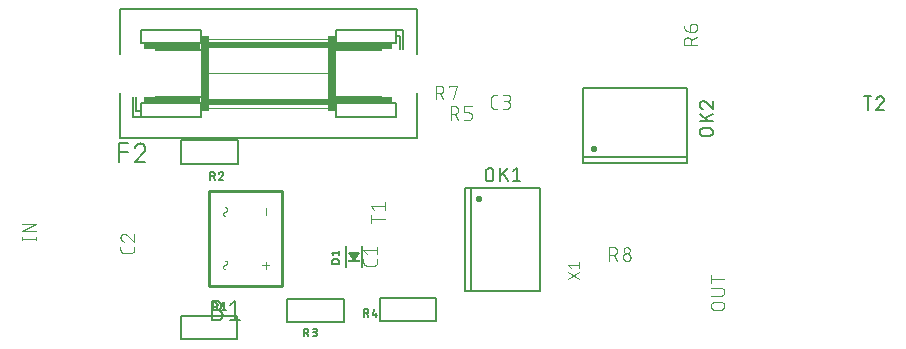
<source format=gbr>
G04 EAGLE Gerber RS-274X export*
G75*
%MOMM*%
%FSLAX34Y34*%
%LPD*%
%INSilkscreen Top*%
%IPPOS*%
%AMOC8*
5,1,8,0,0,1.08239X$1,22.5*%
G01*
%ADD10C,0.254000*%
%ADD11C,0.101600*%
%ADD12C,0.177800*%
%ADD13C,0.203200*%
%ADD14R,1.000000X0.200000*%
%ADD15C,0.152400*%
%ADD16C,0.552200*%
%ADD17C,0.127000*%
%ADD18C,0.050800*%
%ADD19R,0.635000X1.143000*%
%ADD20R,0.635000X4.064000*%
%ADD21R,10.160000X0.508000*%
%ADD22R,3.937000X0.127000*%
%ADD23R,4.826000X0.508000*%

G36*
X272526Y124355D02*
X272526Y124355D01*
X272553Y124355D01*
X272664Y124387D01*
X272777Y124413D01*
X272800Y124426D01*
X272826Y124434D01*
X272924Y124496D01*
X273025Y124552D01*
X273041Y124570D01*
X273066Y124585D01*
X273251Y124793D01*
X273255Y124797D01*
X275255Y127797D01*
X275286Y127861D01*
X275326Y127921D01*
X275347Y127989D01*
X275378Y128053D01*
X275390Y128124D01*
X275411Y128192D01*
X275413Y128263D01*
X275425Y128334D01*
X275417Y128405D01*
X275419Y128476D01*
X275401Y128545D01*
X275392Y128616D01*
X275365Y128682D01*
X275347Y128751D01*
X275310Y128812D01*
X275283Y128878D01*
X275238Y128934D01*
X275202Y128996D01*
X275150Y129045D01*
X275105Y129100D01*
X275047Y129141D01*
X274994Y129190D01*
X274931Y129223D01*
X274873Y129264D01*
X274805Y129287D01*
X274741Y129320D01*
X274682Y129330D01*
X274604Y129357D01*
X274485Y129363D01*
X274410Y129375D01*
X270410Y129375D01*
X270339Y129365D01*
X270267Y129365D01*
X270199Y129345D01*
X270129Y129335D01*
X270063Y129306D01*
X269994Y129286D01*
X269934Y129248D01*
X269869Y129219D01*
X269814Y129173D01*
X269754Y129135D01*
X269706Y129082D01*
X269652Y129036D01*
X269612Y128976D01*
X269565Y128922D01*
X269534Y128858D01*
X269495Y128799D01*
X269473Y128731D01*
X269442Y128666D01*
X269430Y128596D01*
X269409Y128528D01*
X269407Y128456D01*
X269395Y128386D01*
X269403Y128315D01*
X269401Y128244D01*
X269420Y128174D01*
X269428Y128103D01*
X269453Y128048D01*
X269473Y127969D01*
X269534Y127866D01*
X269565Y127797D01*
X271565Y124797D01*
X271642Y124710D01*
X271715Y124620D01*
X271737Y124605D01*
X271755Y124585D01*
X271852Y124523D01*
X271947Y124456D01*
X271973Y124448D01*
X271995Y124433D01*
X272106Y124401D01*
X272216Y124363D01*
X272243Y124362D01*
X272268Y124355D01*
X272384Y124355D01*
X272500Y124349D01*
X272526Y124355D01*
G37*
D10*
X149975Y101105D02*
X149975Y182105D01*
X211975Y182105D01*
X211975Y101105D01*
X149975Y101105D01*
D11*
X197725Y116105D02*
X197725Y121605D01*
X200225Y118855D02*
X194975Y118855D01*
X197725Y161505D02*
X197725Y167005D01*
X163475Y119105D02*
X163390Y119097D01*
X163305Y119086D01*
X163221Y119070D01*
X163137Y119051D01*
X163055Y119028D01*
X162973Y119001D01*
X162893Y118971D01*
X162815Y118937D01*
X162738Y118899D01*
X162662Y118858D01*
X162589Y118814D01*
X162518Y118766D01*
X162449Y118715D01*
X162383Y118661D01*
X162319Y118604D01*
X162257Y118545D01*
X162199Y118482D01*
X162143Y118417D01*
X162091Y118349D01*
X162041Y118279D01*
X161995Y118207D01*
X161952Y118133D01*
X161913Y118057D01*
X161877Y117979D01*
X161845Y117900D01*
X161816Y117819D01*
X161791Y117738D01*
X161770Y117655D01*
X161752Y117571D01*
X161739Y117486D01*
X161729Y117401D01*
X161723Y117316D01*
X161721Y117230D01*
X161723Y117144D01*
X161729Y117059D01*
X161739Y116974D01*
X161752Y116889D01*
X161770Y116805D01*
X161791Y116722D01*
X161816Y116641D01*
X161845Y116560D01*
X161877Y116481D01*
X161913Y116403D01*
X161952Y116327D01*
X161995Y116253D01*
X162041Y116181D01*
X162091Y116111D01*
X162143Y116043D01*
X162199Y115978D01*
X162257Y115915D01*
X162319Y115856D01*
X162383Y115799D01*
X162449Y115745D01*
X162518Y115694D01*
X162589Y115646D01*
X162662Y115602D01*
X162738Y115561D01*
X162815Y115523D01*
X162893Y115489D01*
X162973Y115459D01*
X163055Y115432D01*
X163137Y115409D01*
X163221Y115390D01*
X163305Y115374D01*
X163390Y115363D01*
X163475Y115355D01*
X163475Y119105D02*
X163560Y119113D01*
X163645Y119124D01*
X163729Y119140D01*
X163813Y119159D01*
X163895Y119182D01*
X163977Y119209D01*
X164057Y119239D01*
X164135Y119273D01*
X164212Y119311D01*
X164288Y119352D01*
X164361Y119396D01*
X164432Y119444D01*
X164501Y119495D01*
X164567Y119549D01*
X164631Y119606D01*
X164693Y119665D01*
X164751Y119728D01*
X164807Y119793D01*
X164859Y119861D01*
X164909Y119931D01*
X164955Y120003D01*
X164998Y120077D01*
X165037Y120153D01*
X165073Y120231D01*
X165105Y120310D01*
X165134Y120391D01*
X165159Y120472D01*
X165180Y120555D01*
X165198Y120639D01*
X165211Y120724D01*
X165221Y120809D01*
X165227Y120894D01*
X165229Y120980D01*
X165227Y121066D01*
X165221Y121151D01*
X165211Y121236D01*
X165198Y121321D01*
X165180Y121405D01*
X165159Y121488D01*
X165134Y121569D01*
X165105Y121650D01*
X165073Y121729D01*
X165037Y121807D01*
X164998Y121883D01*
X164955Y121957D01*
X164909Y122029D01*
X164859Y122099D01*
X164807Y122167D01*
X164751Y122232D01*
X164693Y122295D01*
X164631Y122354D01*
X164567Y122411D01*
X164501Y122465D01*
X164432Y122516D01*
X164361Y122564D01*
X164288Y122608D01*
X164212Y122649D01*
X164135Y122687D01*
X164057Y122721D01*
X163977Y122751D01*
X163895Y122778D01*
X163813Y122801D01*
X163729Y122820D01*
X163645Y122836D01*
X163560Y122847D01*
X163475Y122855D01*
X163475Y164105D02*
X163560Y164113D01*
X163645Y164124D01*
X163729Y164140D01*
X163813Y164159D01*
X163895Y164182D01*
X163977Y164209D01*
X164057Y164239D01*
X164135Y164273D01*
X164212Y164311D01*
X164288Y164352D01*
X164361Y164396D01*
X164432Y164444D01*
X164501Y164495D01*
X164567Y164549D01*
X164631Y164606D01*
X164693Y164665D01*
X164751Y164728D01*
X164807Y164793D01*
X164859Y164861D01*
X164909Y164931D01*
X164955Y165003D01*
X164998Y165077D01*
X165037Y165153D01*
X165073Y165231D01*
X165105Y165310D01*
X165134Y165391D01*
X165159Y165472D01*
X165180Y165555D01*
X165198Y165639D01*
X165211Y165724D01*
X165221Y165809D01*
X165227Y165894D01*
X165229Y165980D01*
X165227Y166066D01*
X165221Y166151D01*
X165211Y166236D01*
X165198Y166321D01*
X165180Y166405D01*
X165159Y166488D01*
X165134Y166569D01*
X165105Y166650D01*
X165073Y166729D01*
X165037Y166807D01*
X164998Y166883D01*
X164955Y166957D01*
X164909Y167029D01*
X164859Y167099D01*
X164807Y167167D01*
X164751Y167232D01*
X164693Y167295D01*
X164631Y167354D01*
X164567Y167411D01*
X164501Y167465D01*
X164432Y167516D01*
X164361Y167564D01*
X164288Y167608D01*
X164212Y167649D01*
X164135Y167687D01*
X164057Y167721D01*
X163977Y167751D01*
X163895Y167778D01*
X163813Y167801D01*
X163729Y167820D01*
X163645Y167836D01*
X163560Y167847D01*
X163475Y167855D01*
X163475Y164105D02*
X163390Y164097D01*
X163305Y164086D01*
X163221Y164070D01*
X163137Y164051D01*
X163055Y164028D01*
X162973Y164001D01*
X162893Y163971D01*
X162815Y163937D01*
X162738Y163899D01*
X162662Y163858D01*
X162589Y163814D01*
X162518Y163766D01*
X162449Y163715D01*
X162383Y163661D01*
X162319Y163604D01*
X162257Y163545D01*
X162199Y163482D01*
X162143Y163417D01*
X162091Y163349D01*
X162041Y163279D01*
X161995Y163207D01*
X161952Y163133D01*
X161913Y163057D01*
X161877Y162979D01*
X161845Y162900D01*
X161816Y162819D01*
X161791Y162738D01*
X161770Y162655D01*
X161752Y162571D01*
X161739Y162486D01*
X161729Y162401D01*
X161723Y162316D01*
X161721Y162230D01*
X161723Y162144D01*
X161729Y162059D01*
X161739Y161974D01*
X161752Y161889D01*
X161770Y161805D01*
X161791Y161722D01*
X161816Y161641D01*
X161845Y161560D01*
X161877Y161481D01*
X161913Y161403D01*
X161952Y161327D01*
X161995Y161253D01*
X162041Y161181D01*
X162091Y161111D01*
X162143Y161043D01*
X162199Y160978D01*
X162257Y160915D01*
X162319Y160856D01*
X162383Y160799D01*
X162449Y160745D01*
X162518Y160694D01*
X162589Y160646D01*
X162662Y160602D01*
X162738Y160561D01*
X162815Y160523D01*
X162893Y160489D01*
X162973Y160459D01*
X163055Y160432D01*
X163137Y160409D01*
X163221Y160390D01*
X163305Y160374D01*
X163390Y160363D01*
X163475Y160355D01*
D12*
X156818Y81254D02*
X152373Y81254D01*
X156818Y81254D02*
X156950Y81252D01*
X157081Y81246D01*
X157213Y81236D01*
X157344Y81223D01*
X157474Y81205D01*
X157604Y81184D01*
X157734Y81159D01*
X157862Y81130D01*
X157990Y81097D01*
X158116Y81060D01*
X158242Y81020D01*
X158366Y80976D01*
X158489Y80928D01*
X158610Y80877D01*
X158730Y80822D01*
X158848Y80764D01*
X158964Y80702D01*
X159078Y80636D01*
X159191Y80568D01*
X159301Y80496D01*
X159409Y80421D01*
X159515Y80342D01*
X159619Y80261D01*
X159720Y80176D01*
X159818Y80089D01*
X159914Y79998D01*
X160007Y79905D01*
X160098Y79809D01*
X160185Y79711D01*
X160270Y79610D01*
X160351Y79506D01*
X160430Y79400D01*
X160505Y79292D01*
X160577Y79182D01*
X160645Y79069D01*
X160711Y78955D01*
X160773Y78839D01*
X160831Y78721D01*
X160886Y78601D01*
X160937Y78480D01*
X160985Y78357D01*
X161029Y78233D01*
X161069Y78107D01*
X161106Y77981D01*
X161139Y77853D01*
X161168Y77725D01*
X161193Y77595D01*
X161214Y77465D01*
X161232Y77335D01*
X161245Y77204D01*
X161255Y77072D01*
X161261Y76941D01*
X161263Y76809D01*
X161261Y76677D01*
X161255Y76546D01*
X161245Y76414D01*
X161232Y76283D01*
X161214Y76153D01*
X161193Y76023D01*
X161168Y75893D01*
X161139Y75765D01*
X161106Y75637D01*
X161069Y75511D01*
X161029Y75385D01*
X160985Y75261D01*
X160937Y75138D01*
X160886Y75017D01*
X160831Y74897D01*
X160773Y74779D01*
X160711Y74663D01*
X160645Y74549D01*
X160577Y74436D01*
X160505Y74326D01*
X160430Y74218D01*
X160351Y74112D01*
X160270Y74008D01*
X160185Y73907D01*
X160098Y73809D01*
X160007Y73713D01*
X159914Y73620D01*
X159818Y73529D01*
X159720Y73442D01*
X159619Y73357D01*
X159515Y73276D01*
X159409Y73197D01*
X159301Y73122D01*
X159191Y73050D01*
X159078Y72982D01*
X158964Y72916D01*
X158848Y72854D01*
X158730Y72796D01*
X158610Y72741D01*
X158489Y72690D01*
X158366Y72642D01*
X158242Y72598D01*
X158116Y72558D01*
X157990Y72521D01*
X157862Y72488D01*
X157734Y72459D01*
X157604Y72434D01*
X157474Y72413D01*
X157344Y72395D01*
X157213Y72382D01*
X157081Y72372D01*
X156950Y72366D01*
X156818Y72364D01*
X152373Y72364D01*
X152373Y88366D01*
X156818Y88366D01*
X156936Y88364D01*
X157053Y88358D01*
X157170Y88349D01*
X157287Y88335D01*
X157403Y88318D01*
X157519Y88296D01*
X157634Y88271D01*
X157748Y88242D01*
X157861Y88210D01*
X157973Y88173D01*
X158083Y88133D01*
X158192Y88090D01*
X158300Y88042D01*
X158406Y87992D01*
X158510Y87937D01*
X158613Y87880D01*
X158713Y87819D01*
X158812Y87754D01*
X158908Y87687D01*
X159002Y87616D01*
X159094Y87542D01*
X159183Y87466D01*
X159269Y87386D01*
X159353Y87304D01*
X159434Y87218D01*
X159512Y87131D01*
X159588Y87040D01*
X159660Y86947D01*
X159729Y86852D01*
X159795Y86755D01*
X159858Y86655D01*
X159917Y86554D01*
X159973Y86451D01*
X160025Y86345D01*
X160074Y86238D01*
X160120Y86130D01*
X160162Y86020D01*
X160200Y85909D01*
X160234Y85796D01*
X160265Y85683D01*
X160292Y85568D01*
X160315Y85453D01*
X160335Y85337D01*
X160350Y85221D01*
X160362Y85104D01*
X160370Y84986D01*
X160374Y84869D01*
X160374Y84751D01*
X160370Y84634D01*
X160362Y84516D01*
X160350Y84399D01*
X160335Y84283D01*
X160315Y84167D01*
X160292Y84052D01*
X160265Y83937D01*
X160234Y83824D01*
X160200Y83711D01*
X160162Y83600D01*
X160120Y83490D01*
X160074Y83382D01*
X160025Y83275D01*
X159973Y83169D01*
X159917Y83066D01*
X159858Y82965D01*
X159795Y82865D01*
X159729Y82768D01*
X159660Y82673D01*
X159588Y82580D01*
X159512Y82489D01*
X159434Y82402D01*
X159353Y82316D01*
X159269Y82234D01*
X159183Y82154D01*
X159094Y82078D01*
X159002Y82004D01*
X158908Y81933D01*
X158812Y81866D01*
X158713Y81801D01*
X158613Y81740D01*
X158510Y81683D01*
X158406Y81628D01*
X158300Y81578D01*
X158192Y81530D01*
X158083Y81487D01*
X157973Y81447D01*
X157861Y81410D01*
X157748Y81378D01*
X157634Y81349D01*
X157519Y81324D01*
X157403Y81302D01*
X157287Y81285D01*
X157170Y81271D01*
X157053Y81262D01*
X156936Y81256D01*
X156818Y81254D01*
X167251Y84810D02*
X171696Y88366D01*
X171696Y72364D01*
X167251Y72364D02*
X176141Y72364D01*
D13*
X265410Y117630D02*
X265410Y135090D01*
X279410Y135090D02*
X279410Y117630D01*
X272410Y123360D02*
X268410Y129360D01*
X276410Y129360D01*
X272410Y123360D01*
D14*
X272410Y122360D03*
D15*
X260218Y120137D02*
X253614Y120137D01*
X253614Y121971D01*
X253616Y122056D01*
X253622Y122140D01*
X253632Y122224D01*
X253645Y122308D01*
X253663Y122391D01*
X253684Y122473D01*
X253709Y122554D01*
X253738Y122634D01*
X253770Y122712D01*
X253806Y122788D01*
X253846Y122863D01*
X253889Y122936D01*
X253935Y123007D01*
X253984Y123076D01*
X254037Y123143D01*
X254093Y123207D01*
X254151Y123268D01*
X254212Y123326D01*
X254276Y123382D01*
X254343Y123435D01*
X254412Y123484D01*
X254483Y123530D01*
X254556Y123573D01*
X254631Y123613D01*
X254707Y123649D01*
X254786Y123681D01*
X254865Y123710D01*
X254946Y123735D01*
X255028Y123756D01*
X255111Y123774D01*
X255195Y123787D01*
X255279Y123797D01*
X255363Y123803D01*
X255448Y123805D01*
X255448Y123806D02*
X258384Y123806D01*
X258384Y123805D02*
X258469Y123803D01*
X258553Y123797D01*
X258637Y123787D01*
X258721Y123774D01*
X258804Y123756D01*
X258886Y123735D01*
X258967Y123710D01*
X259047Y123681D01*
X259125Y123649D01*
X259201Y123613D01*
X259276Y123573D01*
X259349Y123530D01*
X259420Y123484D01*
X259489Y123435D01*
X259556Y123382D01*
X259620Y123326D01*
X259681Y123268D01*
X259739Y123207D01*
X259795Y123143D01*
X259848Y123076D01*
X259897Y123007D01*
X259943Y122936D01*
X259986Y122863D01*
X260026Y122788D01*
X260062Y122712D01*
X260094Y122634D01*
X260123Y122554D01*
X260148Y122473D01*
X260169Y122391D01*
X260187Y122308D01*
X260200Y122224D01*
X260210Y122140D01*
X260216Y122056D01*
X260218Y121971D01*
X260218Y120137D01*
X255082Y127696D02*
X253614Y129530D01*
X260218Y129530D01*
X260218Y127696D02*
X260218Y131365D01*
X371510Y96735D02*
X429950Y96735D01*
X371510Y96735D02*
X366350Y96735D01*
X429950Y96735D02*
X429950Y184185D01*
X366350Y184185D02*
X366350Y96735D01*
X366350Y184185D02*
X429950Y184185D01*
X371510Y183185D02*
X371510Y96735D01*
D16*
X378150Y175335D03*
D17*
X384180Y193040D02*
X384180Y198120D01*
X384182Y198231D01*
X384188Y198341D01*
X384197Y198452D01*
X384211Y198562D01*
X384228Y198671D01*
X384249Y198780D01*
X384274Y198888D01*
X384303Y198995D01*
X384335Y199101D01*
X384371Y199206D01*
X384411Y199309D01*
X384454Y199411D01*
X384501Y199512D01*
X384552Y199611D01*
X384605Y199708D01*
X384662Y199802D01*
X384723Y199895D01*
X384786Y199986D01*
X384853Y200075D01*
X384923Y200161D01*
X384996Y200244D01*
X385071Y200326D01*
X385149Y200404D01*
X385231Y200479D01*
X385314Y200552D01*
X385400Y200622D01*
X385489Y200689D01*
X385580Y200752D01*
X385673Y200813D01*
X385768Y200870D01*
X385864Y200923D01*
X385963Y200974D01*
X386064Y201021D01*
X386166Y201064D01*
X386269Y201104D01*
X386374Y201140D01*
X386480Y201172D01*
X386587Y201201D01*
X386695Y201226D01*
X386804Y201247D01*
X386913Y201264D01*
X387023Y201278D01*
X387134Y201287D01*
X387244Y201293D01*
X387355Y201295D01*
X387466Y201293D01*
X387576Y201287D01*
X387687Y201278D01*
X387797Y201264D01*
X387906Y201247D01*
X388015Y201226D01*
X388123Y201201D01*
X388230Y201172D01*
X388336Y201140D01*
X388441Y201104D01*
X388544Y201064D01*
X388646Y201021D01*
X388747Y200974D01*
X388846Y200923D01*
X388943Y200870D01*
X389037Y200813D01*
X389130Y200752D01*
X389221Y200689D01*
X389310Y200622D01*
X389396Y200552D01*
X389479Y200479D01*
X389561Y200404D01*
X389639Y200326D01*
X389714Y200244D01*
X389787Y200161D01*
X389857Y200075D01*
X389924Y199986D01*
X389987Y199895D01*
X390048Y199802D01*
X390105Y199708D01*
X390158Y199611D01*
X390209Y199512D01*
X390256Y199411D01*
X390299Y199309D01*
X390339Y199206D01*
X390375Y199101D01*
X390407Y198995D01*
X390436Y198888D01*
X390461Y198780D01*
X390482Y198671D01*
X390499Y198562D01*
X390513Y198452D01*
X390522Y198341D01*
X390528Y198231D01*
X390530Y198120D01*
X390530Y193040D01*
X390528Y192929D01*
X390522Y192819D01*
X390513Y192708D01*
X390499Y192598D01*
X390482Y192489D01*
X390461Y192380D01*
X390436Y192272D01*
X390407Y192165D01*
X390375Y192059D01*
X390339Y191954D01*
X390299Y191851D01*
X390256Y191749D01*
X390209Y191648D01*
X390158Y191549D01*
X390105Y191452D01*
X390048Y191358D01*
X389987Y191265D01*
X389924Y191174D01*
X389857Y191085D01*
X389787Y190999D01*
X389714Y190916D01*
X389639Y190834D01*
X389561Y190756D01*
X389479Y190681D01*
X389396Y190608D01*
X389310Y190538D01*
X389221Y190471D01*
X389130Y190408D01*
X389037Y190347D01*
X388942Y190290D01*
X388846Y190237D01*
X388747Y190186D01*
X388646Y190139D01*
X388544Y190096D01*
X388441Y190056D01*
X388336Y190020D01*
X388230Y189988D01*
X388123Y189959D01*
X388015Y189934D01*
X387906Y189913D01*
X387797Y189896D01*
X387687Y189882D01*
X387576Y189873D01*
X387466Y189867D01*
X387355Y189865D01*
X387244Y189867D01*
X387134Y189873D01*
X387023Y189882D01*
X386913Y189896D01*
X386804Y189913D01*
X386695Y189934D01*
X386587Y189959D01*
X386480Y189988D01*
X386374Y190020D01*
X386269Y190056D01*
X386166Y190096D01*
X386064Y190139D01*
X385963Y190186D01*
X385864Y190237D01*
X385768Y190290D01*
X385673Y190347D01*
X385580Y190408D01*
X385489Y190471D01*
X385400Y190538D01*
X385314Y190608D01*
X385231Y190681D01*
X385149Y190756D01*
X385071Y190834D01*
X384996Y190916D01*
X384923Y190999D01*
X384853Y191085D01*
X384786Y191174D01*
X384723Y191265D01*
X384662Y191358D01*
X384605Y191453D01*
X384552Y191549D01*
X384501Y191648D01*
X384454Y191749D01*
X384411Y191851D01*
X384371Y191954D01*
X384335Y192059D01*
X384303Y192165D01*
X384274Y192272D01*
X384249Y192380D01*
X384228Y192489D01*
X384211Y192598D01*
X384197Y192708D01*
X384188Y192819D01*
X384182Y192929D01*
X384180Y193040D01*
X396182Y189865D02*
X396182Y201295D01*
X402532Y201295D02*
X396182Y194310D01*
X398722Y196850D02*
X402532Y189865D01*
X407040Y198755D02*
X410215Y201295D01*
X410215Y189865D01*
X407040Y189865D02*
X413390Y189865D01*
D13*
X173855Y56035D02*
X125855Y56035D01*
X125855Y76035D01*
X173855Y76035D01*
X173855Y56035D01*
D15*
X153428Y80894D02*
X153428Y87498D01*
X155262Y87498D01*
X155347Y87496D01*
X155431Y87490D01*
X155515Y87480D01*
X155599Y87467D01*
X155682Y87449D01*
X155764Y87428D01*
X155845Y87403D01*
X155925Y87374D01*
X156003Y87342D01*
X156079Y87306D01*
X156154Y87266D01*
X156227Y87223D01*
X156298Y87177D01*
X156367Y87128D01*
X156434Y87075D01*
X156498Y87019D01*
X156559Y86961D01*
X156617Y86900D01*
X156673Y86836D01*
X156726Y86769D01*
X156775Y86700D01*
X156821Y86629D01*
X156864Y86556D01*
X156904Y86481D01*
X156940Y86405D01*
X156972Y86327D01*
X157001Y86247D01*
X157026Y86166D01*
X157047Y86084D01*
X157065Y86001D01*
X157078Y85917D01*
X157088Y85833D01*
X157094Y85749D01*
X157096Y85664D01*
X157094Y85579D01*
X157088Y85495D01*
X157078Y85411D01*
X157065Y85327D01*
X157047Y85244D01*
X157026Y85162D01*
X157001Y85081D01*
X156972Y85001D01*
X156940Y84923D01*
X156904Y84847D01*
X156864Y84772D01*
X156821Y84699D01*
X156775Y84628D01*
X156726Y84559D01*
X156673Y84492D01*
X156617Y84428D01*
X156559Y84367D01*
X156498Y84309D01*
X156434Y84253D01*
X156367Y84200D01*
X156298Y84151D01*
X156227Y84105D01*
X156154Y84062D01*
X156079Y84022D01*
X156003Y83986D01*
X155925Y83954D01*
X155845Y83925D01*
X155764Y83900D01*
X155682Y83879D01*
X155599Y83861D01*
X155515Y83848D01*
X155431Y83838D01*
X155347Y83832D01*
X155262Y83830D01*
X155262Y83829D02*
X153428Y83829D01*
X155629Y83829D02*
X157097Y80894D01*
X160664Y86030D02*
X162499Y87498D01*
X162499Y80894D01*
X164333Y80894D02*
X160664Y80894D01*
D13*
X174495Y204635D02*
X126495Y204635D01*
X126495Y224635D01*
X174495Y224635D01*
X174495Y204635D01*
D15*
X150893Y197998D02*
X150893Y191394D01*
X150893Y197998D02*
X152727Y197998D01*
X152812Y197996D01*
X152896Y197990D01*
X152980Y197980D01*
X153064Y197967D01*
X153147Y197949D01*
X153229Y197928D01*
X153310Y197903D01*
X153390Y197874D01*
X153468Y197842D01*
X153544Y197806D01*
X153619Y197766D01*
X153692Y197723D01*
X153763Y197677D01*
X153832Y197628D01*
X153899Y197575D01*
X153963Y197519D01*
X154024Y197461D01*
X154082Y197400D01*
X154138Y197336D01*
X154191Y197269D01*
X154240Y197200D01*
X154286Y197129D01*
X154329Y197056D01*
X154369Y196981D01*
X154405Y196905D01*
X154437Y196827D01*
X154466Y196747D01*
X154491Y196666D01*
X154512Y196584D01*
X154530Y196501D01*
X154543Y196417D01*
X154553Y196333D01*
X154559Y196249D01*
X154561Y196164D01*
X154559Y196079D01*
X154553Y195995D01*
X154543Y195911D01*
X154530Y195827D01*
X154512Y195744D01*
X154491Y195662D01*
X154466Y195581D01*
X154437Y195501D01*
X154405Y195423D01*
X154369Y195347D01*
X154329Y195272D01*
X154286Y195199D01*
X154240Y195128D01*
X154191Y195059D01*
X154138Y194992D01*
X154082Y194928D01*
X154024Y194867D01*
X153963Y194809D01*
X153899Y194753D01*
X153832Y194700D01*
X153763Y194651D01*
X153692Y194605D01*
X153619Y194562D01*
X153544Y194522D01*
X153468Y194486D01*
X153390Y194454D01*
X153310Y194425D01*
X153229Y194400D01*
X153147Y194379D01*
X153064Y194361D01*
X152980Y194348D01*
X152896Y194338D01*
X152812Y194332D01*
X152727Y194330D01*
X152727Y194329D02*
X150893Y194329D01*
X153094Y194329D02*
X154562Y191394D01*
X160147Y197998D02*
X160226Y197996D01*
X160304Y197991D01*
X160382Y197981D01*
X160459Y197968D01*
X160536Y197951D01*
X160612Y197931D01*
X160687Y197907D01*
X160761Y197880D01*
X160833Y197849D01*
X160904Y197814D01*
X160973Y197777D01*
X161040Y197736D01*
X161105Y197692D01*
X161168Y197645D01*
X161228Y197595D01*
X161286Y197542D01*
X161342Y197486D01*
X161395Y197428D01*
X161445Y197368D01*
X161492Y197305D01*
X161536Y197240D01*
X161577Y197173D01*
X161614Y197104D01*
X161649Y197033D01*
X161680Y196961D01*
X161707Y196887D01*
X161731Y196812D01*
X161751Y196736D01*
X161768Y196659D01*
X161781Y196582D01*
X161791Y196504D01*
X161796Y196426D01*
X161798Y196347D01*
X160147Y197998D02*
X160058Y197996D01*
X159969Y197991D01*
X159881Y197981D01*
X159793Y197968D01*
X159706Y197952D01*
X159619Y197931D01*
X159534Y197907D01*
X159449Y197880D01*
X159366Y197849D01*
X159284Y197814D01*
X159203Y197776D01*
X159124Y197735D01*
X159048Y197691D01*
X158972Y197643D01*
X158899Y197592D01*
X158829Y197539D01*
X158760Y197482D01*
X158694Y197422D01*
X158631Y197360D01*
X158570Y197295D01*
X158512Y197228D01*
X158457Y197158D01*
X158404Y197086D01*
X158355Y197012D01*
X158309Y196936D01*
X158267Y196858D01*
X158227Y196778D01*
X158191Y196697D01*
X158158Y196614D01*
X158129Y196530D01*
X161248Y195063D02*
X161304Y195119D01*
X161358Y195178D01*
X161409Y195239D01*
X161458Y195303D01*
X161503Y195368D01*
X161546Y195436D01*
X161585Y195505D01*
X161622Y195576D01*
X161655Y195649D01*
X161684Y195723D01*
X161711Y195798D01*
X161734Y195874D01*
X161753Y195952D01*
X161769Y196030D01*
X161782Y196108D01*
X161791Y196188D01*
X161796Y196267D01*
X161798Y196347D01*
X161248Y195063D02*
X158129Y191394D01*
X161798Y191394D01*
D13*
X216030Y70645D02*
X264030Y70645D01*
X216030Y70645D02*
X216030Y90645D01*
X264030Y90645D01*
X264030Y70645D01*
D15*
X230268Y65278D02*
X230268Y58674D01*
X230268Y65278D02*
X232102Y65278D01*
X232187Y65276D01*
X232271Y65270D01*
X232355Y65260D01*
X232439Y65247D01*
X232522Y65229D01*
X232604Y65208D01*
X232685Y65183D01*
X232765Y65154D01*
X232843Y65122D01*
X232919Y65086D01*
X232994Y65046D01*
X233067Y65003D01*
X233138Y64957D01*
X233207Y64908D01*
X233274Y64855D01*
X233338Y64799D01*
X233399Y64741D01*
X233457Y64680D01*
X233513Y64616D01*
X233566Y64549D01*
X233615Y64480D01*
X233661Y64409D01*
X233704Y64336D01*
X233744Y64261D01*
X233780Y64185D01*
X233812Y64107D01*
X233841Y64027D01*
X233866Y63946D01*
X233887Y63864D01*
X233905Y63781D01*
X233918Y63697D01*
X233928Y63613D01*
X233934Y63529D01*
X233936Y63444D01*
X233934Y63359D01*
X233928Y63275D01*
X233918Y63191D01*
X233905Y63107D01*
X233887Y63024D01*
X233866Y62942D01*
X233841Y62861D01*
X233812Y62781D01*
X233780Y62703D01*
X233744Y62627D01*
X233704Y62552D01*
X233661Y62479D01*
X233615Y62408D01*
X233566Y62339D01*
X233513Y62272D01*
X233457Y62208D01*
X233399Y62147D01*
X233338Y62089D01*
X233274Y62033D01*
X233207Y61980D01*
X233138Y61931D01*
X233067Y61885D01*
X232994Y61842D01*
X232919Y61802D01*
X232843Y61766D01*
X232765Y61734D01*
X232685Y61705D01*
X232604Y61680D01*
X232522Y61659D01*
X232439Y61641D01*
X232355Y61628D01*
X232271Y61618D01*
X232187Y61612D01*
X232102Y61610D01*
X232102Y61609D02*
X230268Y61609D01*
X232469Y61609D02*
X233937Y58674D01*
X237504Y58674D02*
X239339Y58674D01*
X239424Y58676D01*
X239508Y58682D01*
X239592Y58692D01*
X239676Y58705D01*
X239759Y58723D01*
X239841Y58744D01*
X239922Y58769D01*
X240002Y58798D01*
X240080Y58830D01*
X240156Y58866D01*
X240231Y58906D01*
X240304Y58949D01*
X240375Y58995D01*
X240444Y59044D01*
X240511Y59097D01*
X240575Y59153D01*
X240636Y59211D01*
X240694Y59272D01*
X240750Y59336D01*
X240803Y59403D01*
X240852Y59472D01*
X240898Y59543D01*
X240941Y59616D01*
X240981Y59691D01*
X241017Y59767D01*
X241049Y59845D01*
X241078Y59925D01*
X241103Y60006D01*
X241124Y60088D01*
X241142Y60171D01*
X241155Y60255D01*
X241165Y60339D01*
X241171Y60423D01*
X241173Y60508D01*
X241171Y60593D01*
X241165Y60677D01*
X241155Y60761D01*
X241142Y60845D01*
X241124Y60928D01*
X241103Y61010D01*
X241078Y61091D01*
X241049Y61171D01*
X241017Y61249D01*
X240981Y61325D01*
X240941Y61400D01*
X240898Y61473D01*
X240852Y61544D01*
X240803Y61613D01*
X240750Y61680D01*
X240694Y61744D01*
X240636Y61805D01*
X240575Y61863D01*
X240511Y61919D01*
X240444Y61972D01*
X240375Y62021D01*
X240304Y62067D01*
X240231Y62110D01*
X240156Y62150D01*
X240080Y62186D01*
X240002Y62218D01*
X239922Y62247D01*
X239841Y62272D01*
X239759Y62293D01*
X239676Y62311D01*
X239592Y62324D01*
X239508Y62334D01*
X239424Y62340D01*
X239339Y62342D01*
X239705Y65278D02*
X237504Y65278D01*
X239705Y65278D02*
X239781Y65276D01*
X239856Y65270D01*
X239931Y65261D01*
X240005Y65247D01*
X240079Y65230D01*
X240151Y65208D01*
X240223Y65184D01*
X240293Y65155D01*
X240361Y65123D01*
X240428Y65088D01*
X240493Y65049D01*
X240556Y65006D01*
X240616Y64961D01*
X240674Y64913D01*
X240730Y64861D01*
X240782Y64807D01*
X240832Y64750D01*
X240879Y64691D01*
X240923Y64630D01*
X240964Y64566D01*
X241001Y64500D01*
X241035Y64432D01*
X241065Y64363D01*
X241092Y64292D01*
X241115Y64220D01*
X241134Y64147D01*
X241149Y64073D01*
X241161Y63998D01*
X241169Y63923D01*
X241173Y63848D01*
X241173Y63772D01*
X241169Y63697D01*
X241161Y63622D01*
X241149Y63547D01*
X241134Y63473D01*
X241115Y63400D01*
X241092Y63328D01*
X241065Y63257D01*
X241035Y63188D01*
X241001Y63120D01*
X240964Y63054D01*
X240923Y62990D01*
X240879Y62929D01*
X240832Y62870D01*
X240782Y62813D01*
X240730Y62759D01*
X240674Y62707D01*
X240616Y62659D01*
X240556Y62614D01*
X240493Y62571D01*
X240428Y62532D01*
X240361Y62497D01*
X240293Y62465D01*
X240223Y62436D01*
X240151Y62412D01*
X240079Y62390D01*
X240005Y62373D01*
X239931Y62359D01*
X239856Y62350D01*
X239781Y62344D01*
X239705Y62342D01*
X239705Y62343D02*
X238238Y62343D01*
D13*
X294140Y71285D02*
X342140Y71285D01*
X294140Y71285D02*
X294140Y91285D01*
X342140Y91285D01*
X342140Y71285D01*
D15*
X281073Y75189D02*
X281073Y81793D01*
X282907Y81793D01*
X282992Y81791D01*
X283076Y81785D01*
X283160Y81775D01*
X283244Y81762D01*
X283327Y81744D01*
X283409Y81723D01*
X283490Y81698D01*
X283570Y81669D01*
X283648Y81637D01*
X283724Y81601D01*
X283799Y81561D01*
X283872Y81518D01*
X283943Y81472D01*
X284012Y81423D01*
X284079Y81370D01*
X284143Y81314D01*
X284204Y81256D01*
X284262Y81195D01*
X284318Y81131D01*
X284371Y81064D01*
X284420Y80995D01*
X284466Y80924D01*
X284509Y80851D01*
X284549Y80776D01*
X284585Y80700D01*
X284617Y80622D01*
X284646Y80542D01*
X284671Y80461D01*
X284692Y80379D01*
X284710Y80296D01*
X284723Y80212D01*
X284733Y80128D01*
X284739Y80044D01*
X284741Y79959D01*
X284739Y79874D01*
X284733Y79790D01*
X284723Y79706D01*
X284710Y79622D01*
X284692Y79539D01*
X284671Y79457D01*
X284646Y79376D01*
X284617Y79296D01*
X284585Y79218D01*
X284549Y79142D01*
X284509Y79067D01*
X284466Y78994D01*
X284420Y78923D01*
X284371Y78854D01*
X284318Y78787D01*
X284262Y78723D01*
X284204Y78662D01*
X284143Y78604D01*
X284079Y78548D01*
X284012Y78495D01*
X283943Y78446D01*
X283872Y78400D01*
X283799Y78357D01*
X283724Y78317D01*
X283648Y78281D01*
X283570Y78249D01*
X283490Y78220D01*
X283409Y78195D01*
X283327Y78174D01*
X283244Y78156D01*
X283160Y78143D01*
X283076Y78133D01*
X282992Y78127D01*
X282907Y78125D01*
X282907Y78124D02*
X281073Y78124D01*
X283274Y78124D02*
X284742Y75189D01*
X288309Y76657D02*
X289777Y81793D01*
X288309Y76657D02*
X291978Y76657D01*
X290877Y78124D02*
X290877Y75189D01*
D11*
X286888Y158293D02*
X298572Y158293D01*
X286888Y155048D02*
X286888Y161539D01*
X289484Y165716D02*
X286888Y168961D01*
X298572Y168961D01*
X298572Y165716D02*
X298572Y172207D01*
X86487Y134606D02*
X86487Y132009D01*
X86485Y131910D01*
X86479Y131810D01*
X86470Y131711D01*
X86457Y131613D01*
X86440Y131515D01*
X86419Y131417D01*
X86394Y131321D01*
X86366Y131226D01*
X86334Y131132D01*
X86299Y131039D01*
X86260Y130947D01*
X86217Y130857D01*
X86172Y130769D01*
X86122Y130682D01*
X86070Y130598D01*
X86014Y130515D01*
X85956Y130435D01*
X85894Y130357D01*
X85829Y130282D01*
X85761Y130209D01*
X85691Y130139D01*
X85618Y130071D01*
X85543Y130006D01*
X85465Y129944D01*
X85385Y129886D01*
X85302Y129830D01*
X85218Y129778D01*
X85131Y129728D01*
X85043Y129683D01*
X84953Y129640D01*
X84861Y129601D01*
X84768Y129566D01*
X84674Y129534D01*
X84579Y129506D01*
X84483Y129481D01*
X84385Y129460D01*
X84287Y129443D01*
X84189Y129430D01*
X84090Y129421D01*
X83990Y129415D01*
X83891Y129413D01*
X77399Y129413D01*
X77300Y129415D01*
X77200Y129421D01*
X77101Y129430D01*
X77003Y129443D01*
X76905Y129461D01*
X76807Y129481D01*
X76711Y129506D01*
X76615Y129534D01*
X76521Y129566D01*
X76428Y129601D01*
X76337Y129640D01*
X76247Y129683D01*
X76158Y129728D01*
X76072Y129778D01*
X75987Y129830D01*
X75905Y129886D01*
X75825Y129945D01*
X75747Y130006D01*
X75671Y130071D01*
X75598Y130139D01*
X75528Y130209D01*
X75460Y130282D01*
X75395Y130358D01*
X75334Y130436D01*
X75275Y130516D01*
X75219Y130598D01*
X75167Y130683D01*
X75118Y130769D01*
X75072Y130858D01*
X75029Y130948D01*
X74990Y131039D01*
X74955Y131132D01*
X74923Y131226D01*
X74895Y131322D01*
X74870Y131418D01*
X74850Y131516D01*
X74832Y131614D01*
X74819Y131712D01*
X74810Y131811D01*
X74804Y131910D01*
X74802Y132010D01*
X74803Y132009D02*
X74803Y134606D01*
X74803Y142541D02*
X74805Y142648D01*
X74811Y142754D01*
X74821Y142860D01*
X74834Y142966D01*
X74852Y143072D01*
X74873Y143176D01*
X74898Y143280D01*
X74927Y143383D01*
X74959Y143484D01*
X74996Y143584D01*
X75036Y143683D01*
X75079Y143781D01*
X75126Y143877D01*
X75177Y143971D01*
X75231Y144063D01*
X75288Y144153D01*
X75348Y144241D01*
X75412Y144326D01*
X75479Y144409D01*
X75549Y144490D01*
X75621Y144568D01*
X75697Y144644D01*
X75775Y144716D01*
X75856Y144786D01*
X75939Y144853D01*
X76024Y144917D01*
X76112Y144977D01*
X76202Y145034D01*
X76294Y145088D01*
X76388Y145139D01*
X76484Y145186D01*
X76582Y145229D01*
X76681Y145269D01*
X76781Y145306D01*
X76882Y145338D01*
X76985Y145367D01*
X77089Y145392D01*
X77193Y145413D01*
X77299Y145431D01*
X77405Y145444D01*
X77511Y145454D01*
X77617Y145460D01*
X77724Y145462D01*
X74803Y142541D02*
X74805Y142420D01*
X74811Y142299D01*
X74821Y142179D01*
X74834Y142058D01*
X74852Y141939D01*
X74873Y141819D01*
X74898Y141701D01*
X74927Y141584D01*
X74960Y141467D01*
X74996Y141352D01*
X75037Y141238D01*
X75080Y141125D01*
X75128Y141013D01*
X75179Y140904D01*
X75234Y140796D01*
X75292Y140689D01*
X75353Y140585D01*
X75418Y140483D01*
X75486Y140383D01*
X75557Y140285D01*
X75631Y140189D01*
X75708Y140096D01*
X75789Y140006D01*
X75872Y139918D01*
X75958Y139833D01*
X76047Y139750D01*
X76138Y139671D01*
X76232Y139594D01*
X76328Y139521D01*
X76426Y139451D01*
X76527Y139384D01*
X76630Y139320D01*
X76735Y139260D01*
X76842Y139202D01*
X76950Y139149D01*
X77060Y139099D01*
X77172Y139053D01*
X77285Y139010D01*
X77400Y138971D01*
X79996Y144488D02*
X79918Y144567D01*
X79838Y144643D01*
X79755Y144716D01*
X79669Y144786D01*
X79582Y144853D01*
X79491Y144917D01*
X79399Y144977D01*
X79305Y145035D01*
X79208Y145089D01*
X79110Y145139D01*
X79010Y145186D01*
X78909Y145230D01*
X78806Y145270D01*
X78701Y145306D01*
X78596Y145338D01*
X78489Y145367D01*
X78382Y145392D01*
X78273Y145414D01*
X78164Y145431D01*
X78055Y145445D01*
X77945Y145454D01*
X77834Y145460D01*
X77724Y145462D01*
X79996Y144489D02*
X86487Y138971D01*
X86487Y145462D01*
X3297Y141392D02*
X-8387Y141392D01*
X3297Y140094D02*
X3297Y142690D01*
X-8387Y142690D02*
X-8387Y140094D01*
X-8387Y147672D02*
X3297Y147672D01*
X3297Y154163D02*
X-8387Y147672D01*
X-8387Y154163D02*
X3297Y154163D01*
D17*
X707390Y250698D02*
X707390Y262128D01*
X704215Y262128D02*
X710565Y262128D01*
X718376Y262129D02*
X718480Y262127D01*
X718585Y262121D01*
X718689Y262112D01*
X718792Y262099D01*
X718895Y262081D01*
X718997Y262061D01*
X719099Y262036D01*
X719199Y262008D01*
X719299Y261976D01*
X719397Y261940D01*
X719494Y261901D01*
X719589Y261859D01*
X719683Y261813D01*
X719775Y261763D01*
X719865Y261711D01*
X719953Y261655D01*
X720039Y261595D01*
X720123Y261533D01*
X720204Y261468D01*
X720283Y261400D01*
X720360Y261328D01*
X720433Y261255D01*
X720505Y261178D01*
X720573Y261099D01*
X720638Y261018D01*
X720700Y260934D01*
X720760Y260848D01*
X720816Y260760D01*
X720868Y260670D01*
X720918Y260578D01*
X720964Y260484D01*
X721006Y260389D01*
X721045Y260292D01*
X721081Y260194D01*
X721113Y260094D01*
X721141Y259994D01*
X721166Y259892D01*
X721186Y259790D01*
X721204Y259687D01*
X721217Y259584D01*
X721226Y259480D01*
X721232Y259375D01*
X721234Y259271D01*
X718376Y262128D02*
X718258Y262126D01*
X718139Y262120D01*
X718021Y262111D01*
X717904Y262098D01*
X717787Y262080D01*
X717670Y262060D01*
X717554Y262035D01*
X717439Y262007D01*
X717326Y261974D01*
X717213Y261939D01*
X717101Y261899D01*
X716991Y261857D01*
X716882Y261810D01*
X716774Y261760D01*
X716669Y261707D01*
X716565Y261650D01*
X716463Y261590D01*
X716363Y261527D01*
X716265Y261460D01*
X716169Y261391D01*
X716076Y261318D01*
X715985Y261242D01*
X715896Y261164D01*
X715810Y261082D01*
X715727Y260998D01*
X715646Y260912D01*
X715569Y260822D01*
X715494Y260731D01*
X715422Y260637D01*
X715353Y260540D01*
X715288Y260442D01*
X715225Y260341D01*
X715166Y260238D01*
X715110Y260134D01*
X715058Y260028D01*
X715009Y259920D01*
X714964Y259811D01*
X714922Y259700D01*
X714884Y259588D01*
X720281Y257049D02*
X720357Y257124D01*
X720432Y257203D01*
X720503Y257284D01*
X720572Y257368D01*
X720637Y257454D01*
X720699Y257542D01*
X720759Y257632D01*
X720815Y257724D01*
X720868Y257819D01*
X720917Y257915D01*
X720963Y258013D01*
X721006Y258112D01*
X721045Y258213D01*
X721080Y258315D01*
X721112Y258418D01*
X721140Y258522D01*
X721165Y258627D01*
X721186Y258734D01*
X721203Y258840D01*
X721216Y258947D01*
X721225Y259055D01*
X721231Y259163D01*
X721233Y259271D01*
X720281Y257048D02*
X714883Y250698D01*
X721233Y250698D01*
D11*
X582991Y81272D02*
X577799Y81272D01*
X577686Y81274D01*
X577573Y81280D01*
X577460Y81290D01*
X577347Y81304D01*
X577235Y81321D01*
X577124Y81343D01*
X577014Y81368D01*
X576904Y81398D01*
X576796Y81431D01*
X576689Y81468D01*
X576583Y81508D01*
X576479Y81553D01*
X576376Y81601D01*
X576275Y81652D01*
X576176Y81707D01*
X576079Y81765D01*
X575984Y81827D01*
X575891Y81892D01*
X575801Y81960D01*
X575713Y82031D01*
X575627Y82106D01*
X575544Y82183D01*
X575464Y82263D01*
X575387Y82346D01*
X575312Y82432D01*
X575241Y82520D01*
X575173Y82610D01*
X575108Y82703D01*
X575046Y82798D01*
X574988Y82895D01*
X574933Y82994D01*
X574882Y83095D01*
X574834Y83198D01*
X574789Y83302D01*
X574749Y83408D01*
X574712Y83515D01*
X574679Y83623D01*
X574649Y83733D01*
X574624Y83843D01*
X574602Y83954D01*
X574585Y84066D01*
X574571Y84179D01*
X574561Y84292D01*
X574555Y84405D01*
X574553Y84518D01*
X574555Y84631D01*
X574561Y84744D01*
X574571Y84857D01*
X574585Y84970D01*
X574602Y85082D01*
X574624Y85193D01*
X574649Y85303D01*
X574679Y85413D01*
X574712Y85521D01*
X574749Y85628D01*
X574789Y85734D01*
X574834Y85838D01*
X574882Y85941D01*
X574933Y86042D01*
X574988Y86141D01*
X575046Y86238D01*
X575108Y86333D01*
X575173Y86426D01*
X575241Y86516D01*
X575312Y86604D01*
X575387Y86690D01*
X575464Y86773D01*
X575544Y86853D01*
X575627Y86930D01*
X575713Y87005D01*
X575801Y87076D01*
X575891Y87144D01*
X575984Y87209D01*
X576079Y87271D01*
X576176Y87329D01*
X576275Y87384D01*
X576376Y87435D01*
X576479Y87483D01*
X576583Y87528D01*
X576689Y87568D01*
X576796Y87605D01*
X576904Y87638D01*
X577014Y87668D01*
X577124Y87693D01*
X577235Y87715D01*
X577347Y87732D01*
X577460Y87746D01*
X577573Y87756D01*
X577686Y87762D01*
X577799Y87764D01*
X577799Y87763D02*
X582991Y87763D01*
X582991Y87764D02*
X583104Y87762D01*
X583217Y87756D01*
X583330Y87746D01*
X583443Y87732D01*
X583555Y87715D01*
X583666Y87693D01*
X583776Y87668D01*
X583886Y87638D01*
X583994Y87605D01*
X584101Y87568D01*
X584207Y87528D01*
X584311Y87483D01*
X584414Y87435D01*
X584515Y87384D01*
X584614Y87329D01*
X584711Y87271D01*
X584806Y87209D01*
X584899Y87144D01*
X584989Y87076D01*
X585077Y87005D01*
X585163Y86930D01*
X585246Y86853D01*
X585326Y86773D01*
X585403Y86690D01*
X585478Y86604D01*
X585549Y86516D01*
X585617Y86426D01*
X585682Y86333D01*
X585744Y86238D01*
X585802Y86141D01*
X585857Y86042D01*
X585908Y85941D01*
X585956Y85838D01*
X586001Y85734D01*
X586041Y85628D01*
X586078Y85521D01*
X586111Y85413D01*
X586141Y85303D01*
X586166Y85193D01*
X586188Y85082D01*
X586205Y84970D01*
X586219Y84857D01*
X586229Y84744D01*
X586235Y84631D01*
X586237Y84518D01*
X586235Y84405D01*
X586229Y84292D01*
X586219Y84179D01*
X586205Y84066D01*
X586188Y83954D01*
X586166Y83843D01*
X586141Y83733D01*
X586111Y83623D01*
X586078Y83515D01*
X586041Y83408D01*
X586001Y83302D01*
X585956Y83198D01*
X585908Y83095D01*
X585857Y82994D01*
X585802Y82895D01*
X585744Y82798D01*
X585682Y82703D01*
X585617Y82610D01*
X585549Y82520D01*
X585478Y82432D01*
X585403Y82346D01*
X585326Y82263D01*
X585246Y82183D01*
X585163Y82106D01*
X585077Y82031D01*
X584989Y81960D01*
X584899Y81892D01*
X584806Y81827D01*
X584711Y81765D01*
X584614Y81707D01*
X584515Y81652D01*
X584414Y81601D01*
X584311Y81553D01*
X584207Y81508D01*
X584101Y81468D01*
X583994Y81431D01*
X583886Y81398D01*
X583776Y81368D01*
X583666Y81343D01*
X583555Y81321D01*
X583443Y81304D01*
X583330Y81290D01*
X583217Y81280D01*
X583104Y81274D01*
X582991Y81272D01*
X582991Y93083D02*
X574553Y93083D01*
X582991Y93083D02*
X583104Y93085D01*
X583217Y93091D01*
X583330Y93101D01*
X583443Y93115D01*
X583555Y93132D01*
X583666Y93154D01*
X583776Y93179D01*
X583886Y93209D01*
X583994Y93242D01*
X584101Y93279D01*
X584207Y93319D01*
X584311Y93364D01*
X584414Y93412D01*
X584515Y93463D01*
X584614Y93518D01*
X584711Y93576D01*
X584806Y93638D01*
X584899Y93703D01*
X584989Y93771D01*
X585077Y93842D01*
X585163Y93917D01*
X585246Y93994D01*
X585326Y94074D01*
X585403Y94157D01*
X585478Y94243D01*
X585549Y94331D01*
X585617Y94421D01*
X585682Y94514D01*
X585744Y94609D01*
X585802Y94706D01*
X585857Y94805D01*
X585908Y94906D01*
X585956Y95009D01*
X586001Y95113D01*
X586041Y95219D01*
X586078Y95326D01*
X586111Y95434D01*
X586141Y95544D01*
X586166Y95654D01*
X586188Y95765D01*
X586205Y95877D01*
X586219Y95990D01*
X586229Y96103D01*
X586235Y96216D01*
X586237Y96329D01*
X586235Y96442D01*
X586229Y96555D01*
X586219Y96668D01*
X586205Y96781D01*
X586188Y96893D01*
X586166Y97004D01*
X586141Y97114D01*
X586111Y97224D01*
X586078Y97332D01*
X586041Y97439D01*
X586001Y97545D01*
X585956Y97649D01*
X585908Y97752D01*
X585857Y97853D01*
X585802Y97952D01*
X585744Y98049D01*
X585682Y98144D01*
X585617Y98237D01*
X585549Y98327D01*
X585478Y98415D01*
X585403Y98501D01*
X585326Y98584D01*
X585246Y98664D01*
X585163Y98741D01*
X585077Y98816D01*
X584989Y98887D01*
X584899Y98955D01*
X584806Y99020D01*
X584711Y99082D01*
X584614Y99140D01*
X584515Y99195D01*
X584414Y99246D01*
X584311Y99294D01*
X584207Y99339D01*
X584101Y99379D01*
X583994Y99416D01*
X583886Y99449D01*
X583776Y99479D01*
X583666Y99504D01*
X583555Y99526D01*
X583443Y99543D01*
X583330Y99557D01*
X583217Y99567D01*
X583104Y99573D01*
X582991Y99575D01*
X582991Y99574D02*
X574553Y99574D01*
X574553Y107377D02*
X586237Y107377D01*
X574553Y104132D02*
X574553Y110623D01*
X354390Y241808D02*
X354390Y253492D01*
X357635Y253492D01*
X357748Y253490D01*
X357861Y253484D01*
X357974Y253474D01*
X358087Y253460D01*
X358199Y253443D01*
X358310Y253421D01*
X358420Y253396D01*
X358530Y253366D01*
X358638Y253333D01*
X358745Y253296D01*
X358851Y253256D01*
X358955Y253211D01*
X359058Y253163D01*
X359159Y253112D01*
X359258Y253057D01*
X359355Y252999D01*
X359450Y252937D01*
X359543Y252872D01*
X359633Y252804D01*
X359721Y252733D01*
X359807Y252658D01*
X359890Y252581D01*
X359970Y252501D01*
X360047Y252418D01*
X360122Y252332D01*
X360193Y252244D01*
X360261Y252154D01*
X360326Y252061D01*
X360388Y251966D01*
X360446Y251869D01*
X360501Y251770D01*
X360552Y251669D01*
X360600Y251566D01*
X360645Y251462D01*
X360685Y251356D01*
X360722Y251249D01*
X360755Y251141D01*
X360785Y251031D01*
X360810Y250921D01*
X360832Y250810D01*
X360849Y250698D01*
X360863Y250585D01*
X360873Y250472D01*
X360879Y250359D01*
X360881Y250246D01*
X360879Y250133D01*
X360873Y250020D01*
X360863Y249907D01*
X360849Y249794D01*
X360832Y249682D01*
X360810Y249571D01*
X360785Y249461D01*
X360755Y249351D01*
X360722Y249243D01*
X360685Y249136D01*
X360645Y249030D01*
X360600Y248926D01*
X360552Y248823D01*
X360501Y248722D01*
X360446Y248623D01*
X360388Y248526D01*
X360326Y248431D01*
X360261Y248338D01*
X360193Y248248D01*
X360122Y248160D01*
X360047Y248074D01*
X359970Y247991D01*
X359890Y247911D01*
X359807Y247834D01*
X359721Y247759D01*
X359633Y247688D01*
X359543Y247620D01*
X359450Y247555D01*
X359355Y247493D01*
X359258Y247435D01*
X359159Y247380D01*
X359058Y247329D01*
X358955Y247281D01*
X358851Y247236D01*
X358745Y247196D01*
X358638Y247159D01*
X358530Y247126D01*
X358420Y247096D01*
X358310Y247071D01*
X358199Y247049D01*
X358087Y247032D01*
X357974Y247018D01*
X357861Y247008D01*
X357748Y247002D01*
X357635Y247000D01*
X357635Y247001D02*
X354390Y247001D01*
X358284Y247001D02*
X360881Y241808D01*
X365746Y241808D02*
X369641Y241808D01*
X369740Y241810D01*
X369840Y241816D01*
X369939Y241825D01*
X370037Y241838D01*
X370135Y241855D01*
X370233Y241876D01*
X370329Y241901D01*
X370424Y241929D01*
X370518Y241961D01*
X370611Y241996D01*
X370703Y242035D01*
X370793Y242078D01*
X370881Y242123D01*
X370968Y242173D01*
X371052Y242225D01*
X371135Y242281D01*
X371215Y242339D01*
X371293Y242401D01*
X371368Y242466D01*
X371441Y242534D01*
X371511Y242604D01*
X371579Y242677D01*
X371644Y242752D01*
X371706Y242830D01*
X371764Y242910D01*
X371820Y242993D01*
X371872Y243077D01*
X371922Y243164D01*
X371967Y243252D01*
X372010Y243342D01*
X372049Y243434D01*
X372084Y243527D01*
X372116Y243621D01*
X372144Y243716D01*
X372169Y243812D01*
X372190Y243910D01*
X372207Y244008D01*
X372220Y244106D01*
X372229Y244205D01*
X372235Y244305D01*
X372237Y244404D01*
X372237Y245703D01*
X372235Y245802D01*
X372229Y245902D01*
X372220Y246001D01*
X372207Y246099D01*
X372190Y246197D01*
X372169Y246295D01*
X372144Y246391D01*
X372116Y246486D01*
X372084Y246580D01*
X372049Y246673D01*
X372010Y246765D01*
X371967Y246855D01*
X371922Y246943D01*
X371872Y247030D01*
X371820Y247114D01*
X371764Y247197D01*
X371706Y247277D01*
X371644Y247355D01*
X371579Y247430D01*
X371511Y247503D01*
X371441Y247573D01*
X371368Y247641D01*
X371293Y247706D01*
X371215Y247768D01*
X371135Y247826D01*
X371052Y247882D01*
X370968Y247934D01*
X370881Y247984D01*
X370793Y248029D01*
X370703Y248072D01*
X370611Y248111D01*
X370518Y248146D01*
X370424Y248178D01*
X370329Y248206D01*
X370233Y248231D01*
X370135Y248252D01*
X370037Y248269D01*
X369939Y248282D01*
X369840Y248291D01*
X369740Y248297D01*
X369641Y248299D01*
X365746Y248299D01*
X365746Y253492D01*
X372237Y253492D01*
X391409Y251333D02*
X394006Y251333D01*
X391409Y251333D02*
X391310Y251335D01*
X391210Y251341D01*
X391111Y251350D01*
X391013Y251363D01*
X390915Y251380D01*
X390817Y251401D01*
X390721Y251426D01*
X390626Y251454D01*
X390532Y251486D01*
X390439Y251521D01*
X390347Y251560D01*
X390257Y251603D01*
X390169Y251648D01*
X390082Y251698D01*
X389998Y251750D01*
X389915Y251806D01*
X389835Y251864D01*
X389757Y251926D01*
X389682Y251991D01*
X389609Y252059D01*
X389539Y252129D01*
X389471Y252202D01*
X389406Y252277D01*
X389344Y252355D01*
X389286Y252435D01*
X389230Y252518D01*
X389178Y252602D01*
X389128Y252689D01*
X389083Y252777D01*
X389040Y252867D01*
X389001Y252959D01*
X388966Y253052D01*
X388934Y253146D01*
X388906Y253241D01*
X388881Y253337D01*
X388860Y253435D01*
X388843Y253533D01*
X388830Y253631D01*
X388821Y253730D01*
X388815Y253830D01*
X388813Y253929D01*
X388813Y260421D01*
X388815Y260520D01*
X388821Y260620D01*
X388830Y260719D01*
X388843Y260817D01*
X388860Y260915D01*
X388881Y261013D01*
X388906Y261109D01*
X388934Y261204D01*
X388966Y261298D01*
X389001Y261391D01*
X389040Y261483D01*
X389083Y261573D01*
X389128Y261661D01*
X389178Y261748D01*
X389230Y261832D01*
X389286Y261915D01*
X389344Y261995D01*
X389406Y262073D01*
X389471Y262148D01*
X389539Y262221D01*
X389609Y262291D01*
X389682Y262359D01*
X389757Y262424D01*
X389835Y262486D01*
X389915Y262544D01*
X389998Y262600D01*
X390082Y262652D01*
X390169Y262702D01*
X390257Y262747D01*
X390347Y262790D01*
X390439Y262829D01*
X390531Y262864D01*
X390626Y262896D01*
X390721Y262924D01*
X390817Y262949D01*
X390915Y262970D01*
X391013Y262987D01*
X391111Y263000D01*
X391210Y263009D01*
X391310Y263015D01*
X391409Y263017D01*
X394006Y263017D01*
X398371Y251333D02*
X401617Y251333D01*
X401730Y251335D01*
X401843Y251341D01*
X401956Y251351D01*
X402069Y251365D01*
X402181Y251382D01*
X402292Y251404D01*
X402402Y251429D01*
X402512Y251459D01*
X402620Y251492D01*
X402727Y251529D01*
X402833Y251569D01*
X402937Y251614D01*
X403040Y251662D01*
X403141Y251713D01*
X403240Y251768D01*
X403337Y251826D01*
X403432Y251888D01*
X403525Y251953D01*
X403615Y252021D01*
X403703Y252092D01*
X403789Y252167D01*
X403872Y252244D01*
X403952Y252324D01*
X404029Y252407D01*
X404104Y252493D01*
X404175Y252581D01*
X404243Y252671D01*
X404308Y252764D01*
X404370Y252859D01*
X404428Y252956D01*
X404483Y253055D01*
X404534Y253156D01*
X404582Y253259D01*
X404627Y253363D01*
X404667Y253469D01*
X404704Y253576D01*
X404737Y253684D01*
X404767Y253794D01*
X404792Y253904D01*
X404814Y254015D01*
X404831Y254127D01*
X404845Y254240D01*
X404855Y254353D01*
X404861Y254466D01*
X404863Y254579D01*
X404861Y254692D01*
X404855Y254805D01*
X404845Y254918D01*
X404831Y255031D01*
X404814Y255143D01*
X404792Y255254D01*
X404767Y255364D01*
X404737Y255474D01*
X404704Y255582D01*
X404667Y255689D01*
X404627Y255795D01*
X404582Y255899D01*
X404534Y256002D01*
X404483Y256103D01*
X404428Y256202D01*
X404370Y256299D01*
X404308Y256394D01*
X404243Y256487D01*
X404175Y256577D01*
X404104Y256665D01*
X404029Y256751D01*
X403952Y256834D01*
X403872Y256914D01*
X403789Y256991D01*
X403703Y257066D01*
X403615Y257137D01*
X403525Y257205D01*
X403432Y257270D01*
X403337Y257332D01*
X403240Y257390D01*
X403141Y257445D01*
X403040Y257496D01*
X402937Y257544D01*
X402833Y257589D01*
X402727Y257629D01*
X402620Y257666D01*
X402512Y257699D01*
X402402Y257729D01*
X402292Y257754D01*
X402181Y257776D01*
X402069Y257793D01*
X401956Y257807D01*
X401843Y257817D01*
X401730Y257823D01*
X401617Y257825D01*
X402266Y263017D02*
X398371Y263017D01*
X402266Y263017D02*
X402367Y263015D01*
X402467Y263009D01*
X402567Y262999D01*
X402667Y262986D01*
X402766Y262968D01*
X402865Y262947D01*
X402962Y262922D01*
X403059Y262893D01*
X403154Y262860D01*
X403248Y262824D01*
X403340Y262784D01*
X403431Y262741D01*
X403520Y262694D01*
X403607Y262644D01*
X403693Y262590D01*
X403776Y262533D01*
X403856Y262473D01*
X403935Y262410D01*
X404011Y262343D01*
X404084Y262274D01*
X404154Y262202D01*
X404222Y262128D01*
X404287Y262051D01*
X404348Y261971D01*
X404407Y261889D01*
X404462Y261805D01*
X404514Y261719D01*
X404563Y261631D01*
X404608Y261541D01*
X404650Y261449D01*
X404688Y261356D01*
X404722Y261261D01*
X404753Y261166D01*
X404780Y261069D01*
X404803Y260971D01*
X404823Y260872D01*
X404838Y260772D01*
X404850Y260672D01*
X404858Y260572D01*
X404862Y260471D01*
X404862Y260371D01*
X404858Y260270D01*
X404850Y260170D01*
X404838Y260070D01*
X404823Y259970D01*
X404803Y259871D01*
X404780Y259773D01*
X404753Y259676D01*
X404722Y259581D01*
X404688Y259486D01*
X404650Y259393D01*
X404608Y259301D01*
X404563Y259211D01*
X404514Y259123D01*
X404462Y259037D01*
X404407Y258953D01*
X404348Y258871D01*
X404287Y258791D01*
X404222Y258714D01*
X404154Y258640D01*
X404084Y258568D01*
X404011Y258499D01*
X403935Y258432D01*
X403856Y258369D01*
X403776Y258309D01*
X403693Y258252D01*
X403607Y258198D01*
X403520Y258148D01*
X403431Y258101D01*
X403340Y258058D01*
X403248Y258018D01*
X403154Y257982D01*
X403059Y257949D01*
X402962Y257920D01*
X402865Y257895D01*
X402766Y257874D01*
X402667Y257856D01*
X402567Y257843D01*
X402467Y257833D01*
X402367Y257827D01*
X402266Y257825D01*
X402266Y257824D02*
X399669Y257824D01*
D15*
X554140Y269290D02*
X554140Y210850D01*
X554140Y205690D01*
X554140Y269290D02*
X466690Y269290D01*
X466690Y205690D02*
X554140Y205690D01*
X466690Y205690D02*
X466690Y269290D01*
X467690Y210850D02*
X554140Y210850D01*
D16*
X475540Y217490D03*
D17*
X568325Y228600D02*
X573405Y228600D01*
X568325Y228600D02*
X568214Y228602D01*
X568104Y228608D01*
X567993Y228617D01*
X567883Y228631D01*
X567774Y228648D01*
X567665Y228669D01*
X567557Y228694D01*
X567450Y228723D01*
X567344Y228755D01*
X567239Y228791D01*
X567136Y228831D01*
X567034Y228874D01*
X566933Y228921D01*
X566834Y228972D01*
X566738Y229025D01*
X566643Y229082D01*
X566550Y229143D01*
X566459Y229206D01*
X566370Y229273D01*
X566284Y229343D01*
X566201Y229416D01*
X566119Y229491D01*
X566041Y229569D01*
X565966Y229651D01*
X565893Y229734D01*
X565823Y229820D01*
X565756Y229909D01*
X565693Y230000D01*
X565632Y230093D01*
X565575Y230188D01*
X565522Y230284D01*
X565471Y230383D01*
X565424Y230484D01*
X565381Y230586D01*
X565341Y230689D01*
X565305Y230794D01*
X565273Y230900D01*
X565244Y231007D01*
X565219Y231115D01*
X565198Y231224D01*
X565181Y231333D01*
X565167Y231443D01*
X565158Y231554D01*
X565152Y231664D01*
X565150Y231775D01*
X565152Y231886D01*
X565158Y231996D01*
X565167Y232107D01*
X565181Y232217D01*
X565198Y232326D01*
X565219Y232435D01*
X565244Y232543D01*
X565273Y232650D01*
X565305Y232756D01*
X565341Y232861D01*
X565381Y232964D01*
X565424Y233066D01*
X565471Y233167D01*
X565522Y233266D01*
X565575Y233363D01*
X565632Y233457D01*
X565693Y233550D01*
X565756Y233641D01*
X565823Y233730D01*
X565893Y233816D01*
X565966Y233899D01*
X566041Y233981D01*
X566119Y234059D01*
X566201Y234134D01*
X566284Y234207D01*
X566370Y234277D01*
X566459Y234344D01*
X566550Y234407D01*
X566643Y234468D01*
X566738Y234525D01*
X566834Y234578D01*
X566933Y234629D01*
X567034Y234676D01*
X567136Y234719D01*
X567239Y234759D01*
X567344Y234795D01*
X567450Y234827D01*
X567557Y234856D01*
X567665Y234881D01*
X567774Y234902D01*
X567883Y234919D01*
X567993Y234933D01*
X568104Y234942D01*
X568214Y234948D01*
X568325Y234950D01*
X573405Y234950D01*
X573516Y234948D01*
X573626Y234942D01*
X573737Y234933D01*
X573847Y234919D01*
X573956Y234902D01*
X574065Y234881D01*
X574173Y234856D01*
X574280Y234827D01*
X574386Y234795D01*
X574491Y234759D01*
X574594Y234719D01*
X574696Y234676D01*
X574797Y234629D01*
X574896Y234578D01*
X574993Y234525D01*
X575087Y234468D01*
X575180Y234407D01*
X575271Y234344D01*
X575360Y234277D01*
X575446Y234207D01*
X575529Y234134D01*
X575611Y234059D01*
X575689Y233981D01*
X575764Y233899D01*
X575837Y233816D01*
X575907Y233730D01*
X575974Y233641D01*
X576037Y233550D01*
X576098Y233457D01*
X576155Y233362D01*
X576208Y233266D01*
X576259Y233167D01*
X576306Y233066D01*
X576349Y232964D01*
X576389Y232861D01*
X576425Y232756D01*
X576457Y232650D01*
X576486Y232543D01*
X576511Y232435D01*
X576532Y232326D01*
X576549Y232217D01*
X576563Y232107D01*
X576572Y231996D01*
X576578Y231886D01*
X576580Y231775D01*
X576578Y231664D01*
X576572Y231554D01*
X576563Y231443D01*
X576549Y231333D01*
X576532Y231224D01*
X576511Y231115D01*
X576486Y231007D01*
X576457Y230900D01*
X576425Y230794D01*
X576389Y230689D01*
X576349Y230586D01*
X576306Y230484D01*
X576259Y230383D01*
X576208Y230284D01*
X576155Y230187D01*
X576098Y230093D01*
X576037Y230000D01*
X575974Y229909D01*
X575907Y229820D01*
X575837Y229734D01*
X575764Y229651D01*
X575689Y229569D01*
X575611Y229491D01*
X575529Y229416D01*
X575446Y229343D01*
X575360Y229273D01*
X575271Y229206D01*
X575180Y229143D01*
X575087Y229082D01*
X574993Y229025D01*
X574896Y228972D01*
X574797Y228921D01*
X574696Y228874D01*
X574594Y228831D01*
X574491Y228791D01*
X574386Y228755D01*
X574280Y228723D01*
X574173Y228694D01*
X574065Y228669D01*
X573956Y228648D01*
X573847Y228631D01*
X573737Y228617D01*
X573626Y228608D01*
X573516Y228602D01*
X573405Y228600D01*
X576580Y240602D02*
X565150Y240602D01*
X565150Y246952D02*
X572135Y240602D01*
X569595Y243142D02*
X576580Y246952D01*
X568008Y257811D02*
X567904Y257809D01*
X567799Y257803D01*
X567695Y257794D01*
X567592Y257781D01*
X567489Y257763D01*
X567387Y257743D01*
X567285Y257718D01*
X567185Y257690D01*
X567085Y257658D01*
X566987Y257622D01*
X566890Y257583D01*
X566795Y257541D01*
X566701Y257495D01*
X566609Y257445D01*
X566519Y257393D01*
X566431Y257337D01*
X566345Y257277D01*
X566261Y257215D01*
X566180Y257150D01*
X566101Y257082D01*
X566024Y257010D01*
X565951Y256937D01*
X565879Y256860D01*
X565811Y256781D01*
X565746Y256700D01*
X565684Y256616D01*
X565624Y256530D01*
X565568Y256442D01*
X565516Y256352D01*
X565466Y256260D01*
X565420Y256166D01*
X565378Y256071D01*
X565339Y255974D01*
X565303Y255876D01*
X565271Y255776D01*
X565243Y255676D01*
X565218Y255574D01*
X565198Y255472D01*
X565180Y255369D01*
X565167Y255266D01*
X565158Y255162D01*
X565152Y255057D01*
X565150Y254953D01*
X565152Y254835D01*
X565158Y254716D01*
X565167Y254598D01*
X565180Y254481D01*
X565198Y254364D01*
X565218Y254247D01*
X565243Y254131D01*
X565271Y254016D01*
X565304Y253903D01*
X565339Y253790D01*
X565379Y253678D01*
X565421Y253568D01*
X565468Y253459D01*
X565518Y253351D01*
X565571Y253246D01*
X565628Y253142D01*
X565688Y253040D01*
X565751Y252940D01*
X565818Y252842D01*
X565887Y252746D01*
X565960Y252653D01*
X566036Y252562D01*
X566114Y252473D01*
X566196Y252387D01*
X566280Y252304D01*
X566366Y252223D01*
X566456Y252146D01*
X566547Y252071D01*
X566641Y251999D01*
X566738Y251930D01*
X566836Y251865D01*
X566937Y251802D01*
X567040Y251743D01*
X567144Y251687D01*
X567250Y251635D01*
X567358Y251586D01*
X567467Y251541D01*
X567578Y251499D01*
X567690Y251461D01*
X570230Y256858D02*
X570155Y256934D01*
X570076Y257009D01*
X569995Y257080D01*
X569911Y257149D01*
X569825Y257214D01*
X569737Y257276D01*
X569647Y257336D01*
X569555Y257392D01*
X569460Y257445D01*
X569364Y257494D01*
X569266Y257540D01*
X569167Y257583D01*
X569066Y257622D01*
X568964Y257657D01*
X568861Y257689D01*
X568757Y257717D01*
X568652Y257742D01*
X568545Y257763D01*
X568439Y257780D01*
X568332Y257793D01*
X568224Y257802D01*
X568116Y257808D01*
X568008Y257810D01*
X570230Y256858D02*
X576580Y251460D01*
X576580Y257810D01*
D11*
X488823Y134112D02*
X488823Y122428D01*
X488823Y134112D02*
X492069Y134112D01*
X492182Y134110D01*
X492295Y134104D01*
X492408Y134094D01*
X492521Y134080D01*
X492633Y134063D01*
X492744Y134041D01*
X492854Y134016D01*
X492964Y133986D01*
X493072Y133953D01*
X493179Y133916D01*
X493285Y133876D01*
X493389Y133831D01*
X493492Y133783D01*
X493593Y133732D01*
X493692Y133677D01*
X493789Y133619D01*
X493884Y133557D01*
X493977Y133492D01*
X494067Y133424D01*
X494155Y133353D01*
X494241Y133278D01*
X494324Y133201D01*
X494404Y133121D01*
X494481Y133038D01*
X494556Y132952D01*
X494627Y132864D01*
X494695Y132774D01*
X494760Y132681D01*
X494822Y132586D01*
X494880Y132489D01*
X494935Y132390D01*
X494986Y132289D01*
X495034Y132186D01*
X495079Y132082D01*
X495119Y131976D01*
X495156Y131869D01*
X495189Y131761D01*
X495219Y131651D01*
X495244Y131541D01*
X495266Y131430D01*
X495283Y131318D01*
X495297Y131205D01*
X495307Y131092D01*
X495313Y130979D01*
X495315Y130866D01*
X495313Y130753D01*
X495307Y130640D01*
X495297Y130527D01*
X495283Y130414D01*
X495266Y130302D01*
X495244Y130191D01*
X495219Y130081D01*
X495189Y129971D01*
X495156Y129863D01*
X495119Y129756D01*
X495079Y129650D01*
X495034Y129546D01*
X494986Y129443D01*
X494935Y129342D01*
X494880Y129243D01*
X494822Y129146D01*
X494760Y129051D01*
X494695Y128958D01*
X494627Y128868D01*
X494556Y128780D01*
X494481Y128694D01*
X494404Y128611D01*
X494324Y128531D01*
X494241Y128454D01*
X494155Y128379D01*
X494067Y128308D01*
X493977Y128240D01*
X493884Y128175D01*
X493789Y128113D01*
X493692Y128055D01*
X493593Y128000D01*
X493492Y127949D01*
X493389Y127901D01*
X493285Y127856D01*
X493179Y127816D01*
X493072Y127779D01*
X492964Y127746D01*
X492854Y127716D01*
X492744Y127691D01*
X492633Y127669D01*
X492521Y127652D01*
X492408Y127638D01*
X492295Y127628D01*
X492182Y127622D01*
X492069Y127620D01*
X492069Y127621D02*
X488823Y127621D01*
X492718Y127621D02*
X495314Y122428D01*
X500179Y125674D02*
X500181Y125787D01*
X500187Y125900D01*
X500197Y126013D01*
X500211Y126126D01*
X500228Y126238D01*
X500250Y126349D01*
X500275Y126459D01*
X500305Y126569D01*
X500338Y126677D01*
X500375Y126784D01*
X500415Y126890D01*
X500460Y126994D01*
X500508Y127097D01*
X500559Y127198D01*
X500614Y127297D01*
X500672Y127394D01*
X500734Y127489D01*
X500799Y127582D01*
X500867Y127672D01*
X500938Y127760D01*
X501013Y127846D01*
X501090Y127929D01*
X501170Y128009D01*
X501253Y128086D01*
X501339Y128161D01*
X501427Y128232D01*
X501517Y128300D01*
X501610Y128365D01*
X501705Y128427D01*
X501802Y128485D01*
X501901Y128540D01*
X502002Y128591D01*
X502105Y128639D01*
X502209Y128684D01*
X502315Y128724D01*
X502422Y128761D01*
X502530Y128794D01*
X502640Y128824D01*
X502750Y128849D01*
X502861Y128871D01*
X502973Y128888D01*
X503086Y128902D01*
X503199Y128912D01*
X503312Y128918D01*
X503425Y128920D01*
X503538Y128918D01*
X503651Y128912D01*
X503764Y128902D01*
X503877Y128888D01*
X503989Y128871D01*
X504100Y128849D01*
X504210Y128824D01*
X504320Y128794D01*
X504428Y128761D01*
X504535Y128724D01*
X504641Y128684D01*
X504745Y128639D01*
X504848Y128591D01*
X504949Y128540D01*
X505048Y128485D01*
X505145Y128427D01*
X505240Y128365D01*
X505333Y128300D01*
X505423Y128232D01*
X505511Y128161D01*
X505597Y128086D01*
X505680Y128009D01*
X505760Y127929D01*
X505837Y127846D01*
X505912Y127760D01*
X505983Y127672D01*
X506051Y127582D01*
X506116Y127489D01*
X506178Y127394D01*
X506236Y127297D01*
X506291Y127198D01*
X506342Y127097D01*
X506390Y126994D01*
X506435Y126890D01*
X506475Y126784D01*
X506512Y126677D01*
X506545Y126569D01*
X506575Y126459D01*
X506600Y126349D01*
X506622Y126238D01*
X506639Y126126D01*
X506653Y126013D01*
X506663Y125900D01*
X506669Y125787D01*
X506671Y125674D01*
X506669Y125561D01*
X506663Y125448D01*
X506653Y125335D01*
X506639Y125222D01*
X506622Y125110D01*
X506600Y124999D01*
X506575Y124889D01*
X506545Y124779D01*
X506512Y124671D01*
X506475Y124564D01*
X506435Y124458D01*
X506390Y124354D01*
X506342Y124251D01*
X506291Y124150D01*
X506236Y124051D01*
X506178Y123954D01*
X506116Y123859D01*
X506051Y123766D01*
X505983Y123676D01*
X505912Y123588D01*
X505837Y123502D01*
X505760Y123419D01*
X505680Y123339D01*
X505597Y123262D01*
X505511Y123187D01*
X505423Y123116D01*
X505333Y123048D01*
X505240Y122983D01*
X505145Y122921D01*
X505048Y122863D01*
X504949Y122808D01*
X504848Y122757D01*
X504745Y122709D01*
X504641Y122664D01*
X504535Y122624D01*
X504428Y122587D01*
X504320Y122554D01*
X504210Y122524D01*
X504100Y122499D01*
X503989Y122477D01*
X503877Y122460D01*
X503764Y122446D01*
X503651Y122436D01*
X503538Y122430D01*
X503425Y122428D01*
X503312Y122430D01*
X503199Y122436D01*
X503086Y122446D01*
X502973Y122460D01*
X502861Y122477D01*
X502750Y122499D01*
X502640Y122524D01*
X502530Y122554D01*
X502422Y122587D01*
X502315Y122624D01*
X502209Y122664D01*
X502105Y122709D01*
X502002Y122757D01*
X501901Y122808D01*
X501802Y122863D01*
X501705Y122921D01*
X501610Y122983D01*
X501517Y123048D01*
X501427Y123116D01*
X501339Y123187D01*
X501253Y123262D01*
X501170Y123339D01*
X501090Y123419D01*
X501013Y123502D01*
X500938Y123588D01*
X500867Y123676D01*
X500799Y123766D01*
X500734Y123859D01*
X500672Y123954D01*
X500614Y124051D01*
X500559Y124150D01*
X500508Y124251D01*
X500460Y124354D01*
X500415Y124458D01*
X500375Y124564D01*
X500338Y124671D01*
X500305Y124779D01*
X500275Y124889D01*
X500250Y124999D01*
X500228Y125110D01*
X500211Y125222D01*
X500197Y125335D01*
X500187Y125448D01*
X500181Y125561D01*
X500179Y125674D01*
X500829Y131516D02*
X500831Y131617D01*
X500837Y131717D01*
X500847Y131817D01*
X500860Y131917D01*
X500878Y132016D01*
X500899Y132115D01*
X500924Y132212D01*
X500953Y132309D01*
X500986Y132404D01*
X501022Y132498D01*
X501062Y132590D01*
X501105Y132681D01*
X501152Y132770D01*
X501202Y132857D01*
X501256Y132943D01*
X501313Y133026D01*
X501373Y133106D01*
X501436Y133185D01*
X501503Y133261D01*
X501572Y133334D01*
X501644Y133404D01*
X501718Y133472D01*
X501795Y133537D01*
X501875Y133598D01*
X501957Y133657D01*
X502041Y133712D01*
X502127Y133764D01*
X502215Y133813D01*
X502305Y133858D01*
X502397Y133900D01*
X502490Y133938D01*
X502585Y133972D01*
X502680Y134003D01*
X502777Y134030D01*
X502875Y134053D01*
X502974Y134073D01*
X503074Y134088D01*
X503174Y134100D01*
X503274Y134108D01*
X503375Y134112D01*
X503475Y134112D01*
X503576Y134108D01*
X503676Y134100D01*
X503776Y134088D01*
X503876Y134073D01*
X503975Y134053D01*
X504073Y134030D01*
X504170Y134003D01*
X504265Y133972D01*
X504360Y133938D01*
X504453Y133900D01*
X504545Y133858D01*
X504635Y133813D01*
X504723Y133764D01*
X504809Y133712D01*
X504893Y133657D01*
X504975Y133598D01*
X505055Y133537D01*
X505132Y133472D01*
X505206Y133404D01*
X505278Y133334D01*
X505347Y133261D01*
X505414Y133185D01*
X505477Y133106D01*
X505537Y133026D01*
X505594Y132943D01*
X505648Y132857D01*
X505698Y132770D01*
X505745Y132681D01*
X505788Y132590D01*
X505828Y132498D01*
X505864Y132404D01*
X505897Y132309D01*
X505926Y132212D01*
X505951Y132115D01*
X505972Y132016D01*
X505990Y131917D01*
X506003Y131817D01*
X506013Y131717D01*
X506019Y131617D01*
X506021Y131516D01*
X506019Y131415D01*
X506013Y131315D01*
X506003Y131215D01*
X505990Y131115D01*
X505972Y131016D01*
X505951Y130917D01*
X505926Y130820D01*
X505897Y130723D01*
X505864Y130628D01*
X505828Y130534D01*
X505788Y130442D01*
X505745Y130351D01*
X505698Y130262D01*
X505648Y130175D01*
X505594Y130089D01*
X505537Y130006D01*
X505477Y129926D01*
X505414Y129847D01*
X505347Y129771D01*
X505278Y129698D01*
X505206Y129628D01*
X505132Y129560D01*
X505055Y129495D01*
X504975Y129434D01*
X504893Y129375D01*
X504809Y129320D01*
X504723Y129268D01*
X504635Y129219D01*
X504545Y129174D01*
X504453Y129132D01*
X504360Y129094D01*
X504265Y129060D01*
X504170Y129029D01*
X504073Y129002D01*
X503975Y128979D01*
X503876Y128959D01*
X503776Y128944D01*
X503676Y128932D01*
X503576Y128924D01*
X503475Y128920D01*
X503375Y128920D01*
X503274Y128924D01*
X503174Y128932D01*
X503074Y128944D01*
X502974Y128959D01*
X502875Y128979D01*
X502777Y129002D01*
X502680Y129029D01*
X502585Y129060D01*
X502490Y129094D01*
X502397Y129132D01*
X502305Y129174D01*
X502215Y129219D01*
X502127Y129268D01*
X502041Y129320D01*
X501957Y129375D01*
X501875Y129434D01*
X501795Y129495D01*
X501718Y129560D01*
X501644Y129628D01*
X501572Y129698D01*
X501503Y129771D01*
X501436Y129847D01*
X501373Y129926D01*
X501313Y130006D01*
X501256Y130089D01*
X501202Y130175D01*
X501152Y130262D01*
X501105Y130351D01*
X501062Y130442D01*
X501022Y130534D01*
X500986Y130628D01*
X500953Y130723D01*
X500924Y130820D01*
X500899Y130917D01*
X500878Y131016D01*
X500860Y131115D01*
X500847Y131215D01*
X500837Y131315D01*
X500831Y131415D01*
X500829Y131516D01*
X463042Y107188D02*
X453898Y113284D01*
X453898Y107188D02*
X463042Y113284D01*
X455930Y116840D02*
X453898Y119380D01*
X463042Y119380D01*
X463042Y116840D02*
X463042Y121920D01*
X551688Y305308D02*
X563372Y305308D01*
X551688Y305308D02*
X551688Y308554D01*
X551690Y308667D01*
X551696Y308780D01*
X551706Y308893D01*
X551720Y309006D01*
X551737Y309118D01*
X551759Y309229D01*
X551784Y309339D01*
X551814Y309449D01*
X551847Y309557D01*
X551884Y309664D01*
X551924Y309770D01*
X551969Y309874D01*
X552017Y309977D01*
X552068Y310078D01*
X552123Y310177D01*
X552181Y310274D01*
X552243Y310369D01*
X552308Y310462D01*
X552376Y310552D01*
X552447Y310640D01*
X552522Y310726D01*
X552599Y310809D01*
X552679Y310889D01*
X552762Y310966D01*
X552848Y311041D01*
X552936Y311112D01*
X553026Y311180D01*
X553119Y311245D01*
X553214Y311307D01*
X553311Y311365D01*
X553410Y311420D01*
X553511Y311471D01*
X553614Y311519D01*
X553718Y311564D01*
X553824Y311604D01*
X553931Y311641D01*
X554039Y311674D01*
X554149Y311704D01*
X554259Y311729D01*
X554370Y311751D01*
X554482Y311768D01*
X554595Y311782D01*
X554708Y311792D01*
X554821Y311798D01*
X554934Y311800D01*
X555047Y311798D01*
X555160Y311792D01*
X555273Y311782D01*
X555386Y311768D01*
X555498Y311751D01*
X555609Y311729D01*
X555719Y311704D01*
X555829Y311674D01*
X555937Y311641D01*
X556044Y311604D01*
X556150Y311564D01*
X556254Y311519D01*
X556357Y311471D01*
X556458Y311420D01*
X556557Y311365D01*
X556654Y311307D01*
X556749Y311245D01*
X556842Y311180D01*
X556932Y311112D01*
X557020Y311041D01*
X557106Y310966D01*
X557189Y310889D01*
X557269Y310809D01*
X557346Y310726D01*
X557421Y310640D01*
X557492Y310552D01*
X557560Y310462D01*
X557625Y310369D01*
X557687Y310274D01*
X557745Y310177D01*
X557800Y310078D01*
X557851Y309977D01*
X557899Y309874D01*
X557944Y309770D01*
X557984Y309664D01*
X558021Y309557D01*
X558054Y309449D01*
X558084Y309339D01*
X558109Y309229D01*
X558131Y309118D01*
X558148Y309006D01*
X558162Y308893D01*
X558172Y308780D01*
X558178Y308667D01*
X558180Y308554D01*
X558179Y308554D02*
X558179Y305308D01*
X558179Y309203D02*
X563372Y311799D01*
X556881Y316664D02*
X556881Y320559D01*
X556883Y320658D01*
X556889Y320758D01*
X556898Y320857D01*
X556911Y320955D01*
X556928Y321053D01*
X556949Y321151D01*
X556974Y321247D01*
X557002Y321342D01*
X557034Y321436D01*
X557069Y321529D01*
X557108Y321621D01*
X557151Y321711D01*
X557196Y321799D01*
X557246Y321886D01*
X557298Y321970D01*
X557354Y322053D01*
X557412Y322133D01*
X557474Y322211D01*
X557539Y322286D01*
X557607Y322359D01*
X557677Y322429D01*
X557750Y322497D01*
X557825Y322562D01*
X557903Y322624D01*
X557983Y322682D01*
X558066Y322738D01*
X558150Y322790D01*
X558237Y322840D01*
X558325Y322885D01*
X558415Y322928D01*
X558507Y322967D01*
X558600Y323002D01*
X558694Y323034D01*
X558789Y323062D01*
X558885Y323087D01*
X558983Y323108D01*
X559081Y323125D01*
X559179Y323138D01*
X559278Y323147D01*
X559378Y323153D01*
X559477Y323155D01*
X560126Y323155D01*
X560126Y323156D02*
X560239Y323154D01*
X560352Y323148D01*
X560465Y323138D01*
X560578Y323124D01*
X560690Y323107D01*
X560801Y323085D01*
X560911Y323060D01*
X561021Y323030D01*
X561129Y322997D01*
X561236Y322960D01*
X561342Y322920D01*
X561446Y322875D01*
X561549Y322827D01*
X561650Y322776D01*
X561749Y322721D01*
X561846Y322663D01*
X561941Y322601D01*
X562034Y322536D01*
X562124Y322468D01*
X562212Y322397D01*
X562298Y322322D01*
X562381Y322245D01*
X562461Y322165D01*
X562538Y322082D01*
X562613Y321996D01*
X562684Y321908D01*
X562752Y321818D01*
X562817Y321725D01*
X562879Y321630D01*
X562937Y321533D01*
X562992Y321434D01*
X563043Y321333D01*
X563091Y321230D01*
X563136Y321126D01*
X563176Y321020D01*
X563213Y320913D01*
X563246Y320805D01*
X563276Y320695D01*
X563301Y320585D01*
X563323Y320474D01*
X563340Y320362D01*
X563354Y320249D01*
X563364Y320136D01*
X563370Y320023D01*
X563372Y319910D01*
X563370Y319797D01*
X563364Y319684D01*
X563354Y319571D01*
X563340Y319458D01*
X563323Y319346D01*
X563301Y319235D01*
X563276Y319125D01*
X563246Y319015D01*
X563213Y318907D01*
X563176Y318800D01*
X563136Y318694D01*
X563091Y318590D01*
X563043Y318487D01*
X562992Y318386D01*
X562937Y318287D01*
X562879Y318190D01*
X562817Y318095D01*
X562752Y318002D01*
X562684Y317912D01*
X562613Y317824D01*
X562538Y317738D01*
X562461Y317655D01*
X562381Y317575D01*
X562298Y317498D01*
X562212Y317423D01*
X562124Y317352D01*
X562034Y317284D01*
X561941Y317219D01*
X561846Y317157D01*
X561749Y317099D01*
X561650Y317044D01*
X561549Y316993D01*
X561446Y316945D01*
X561342Y316900D01*
X561236Y316860D01*
X561129Y316823D01*
X561021Y316790D01*
X560911Y316760D01*
X560801Y316735D01*
X560690Y316713D01*
X560578Y316696D01*
X560465Y316682D01*
X560352Y316672D01*
X560239Y316666D01*
X560126Y316664D01*
X556881Y316664D01*
X556738Y316666D01*
X556595Y316672D01*
X556452Y316682D01*
X556310Y316696D01*
X556168Y316713D01*
X556026Y316735D01*
X555885Y316760D01*
X555745Y316790D01*
X555606Y316823D01*
X555468Y316860D01*
X555331Y316901D01*
X555195Y316945D01*
X555060Y316994D01*
X554927Y317046D01*
X554795Y317101D01*
X554665Y317161D01*
X554536Y317224D01*
X554409Y317290D01*
X554285Y317360D01*
X554162Y317433D01*
X554041Y317510D01*
X553922Y317589D01*
X553806Y317673D01*
X553691Y317759D01*
X553580Y317848D01*
X553471Y317941D01*
X553364Y318036D01*
X553260Y318135D01*
X553159Y318236D01*
X553060Y318340D01*
X552965Y318446D01*
X552872Y318556D01*
X552783Y318667D01*
X552697Y318781D01*
X552614Y318898D01*
X552534Y319017D01*
X552457Y319138D01*
X552384Y319260D01*
X552314Y319385D01*
X552248Y319512D01*
X552185Y319641D01*
X552125Y319771D01*
X552070Y319903D01*
X552018Y320036D01*
X551969Y320171D01*
X551925Y320307D01*
X551884Y320444D01*
X551847Y320582D01*
X551814Y320721D01*
X551784Y320861D01*
X551759Y321002D01*
X551737Y321144D01*
X551720Y321286D01*
X551706Y321428D01*
X551696Y321571D01*
X551690Y321714D01*
X551688Y321857D01*
X341757Y271018D02*
X341757Y259334D01*
X341757Y271018D02*
X345003Y271018D01*
X345116Y271016D01*
X345229Y271010D01*
X345342Y271000D01*
X345455Y270986D01*
X345567Y270969D01*
X345678Y270947D01*
X345788Y270922D01*
X345898Y270892D01*
X346006Y270859D01*
X346113Y270822D01*
X346219Y270782D01*
X346323Y270737D01*
X346426Y270689D01*
X346527Y270638D01*
X346626Y270583D01*
X346723Y270525D01*
X346818Y270463D01*
X346911Y270398D01*
X347001Y270330D01*
X347089Y270259D01*
X347175Y270184D01*
X347258Y270107D01*
X347338Y270027D01*
X347415Y269944D01*
X347490Y269858D01*
X347561Y269770D01*
X347629Y269680D01*
X347694Y269587D01*
X347756Y269492D01*
X347814Y269395D01*
X347869Y269296D01*
X347920Y269195D01*
X347968Y269092D01*
X348013Y268988D01*
X348053Y268882D01*
X348090Y268775D01*
X348123Y268667D01*
X348153Y268557D01*
X348178Y268447D01*
X348200Y268336D01*
X348217Y268224D01*
X348231Y268111D01*
X348241Y267998D01*
X348247Y267885D01*
X348249Y267772D01*
X348247Y267659D01*
X348241Y267546D01*
X348231Y267433D01*
X348217Y267320D01*
X348200Y267208D01*
X348178Y267097D01*
X348153Y266987D01*
X348123Y266877D01*
X348090Y266769D01*
X348053Y266662D01*
X348013Y266556D01*
X347968Y266452D01*
X347920Y266349D01*
X347869Y266248D01*
X347814Y266149D01*
X347756Y266052D01*
X347694Y265957D01*
X347629Y265864D01*
X347561Y265774D01*
X347490Y265686D01*
X347415Y265600D01*
X347338Y265517D01*
X347258Y265437D01*
X347175Y265360D01*
X347089Y265285D01*
X347001Y265214D01*
X346911Y265146D01*
X346818Y265081D01*
X346723Y265019D01*
X346626Y264961D01*
X346527Y264906D01*
X346426Y264855D01*
X346323Y264807D01*
X346219Y264762D01*
X346113Y264722D01*
X346006Y264685D01*
X345898Y264652D01*
X345788Y264622D01*
X345678Y264597D01*
X345567Y264575D01*
X345455Y264558D01*
X345342Y264544D01*
X345229Y264534D01*
X345116Y264528D01*
X345003Y264526D01*
X345003Y264527D02*
X341757Y264527D01*
X345652Y264527D02*
X348248Y259334D01*
X353113Y269720D02*
X353113Y271018D01*
X359604Y271018D01*
X356359Y259334D01*
X292227Y123811D02*
X292227Y121214D01*
X292225Y121115D01*
X292219Y121015D01*
X292210Y120916D01*
X292197Y120818D01*
X292180Y120720D01*
X292159Y120622D01*
X292134Y120526D01*
X292106Y120431D01*
X292074Y120337D01*
X292039Y120244D01*
X292000Y120152D01*
X291957Y120062D01*
X291912Y119974D01*
X291862Y119887D01*
X291810Y119803D01*
X291754Y119720D01*
X291696Y119640D01*
X291634Y119562D01*
X291569Y119487D01*
X291501Y119414D01*
X291431Y119344D01*
X291358Y119276D01*
X291283Y119211D01*
X291205Y119149D01*
X291125Y119091D01*
X291042Y119035D01*
X290958Y118983D01*
X290871Y118933D01*
X290783Y118888D01*
X290693Y118845D01*
X290601Y118806D01*
X290508Y118771D01*
X290414Y118739D01*
X290319Y118711D01*
X290223Y118686D01*
X290125Y118665D01*
X290027Y118648D01*
X289929Y118635D01*
X289830Y118626D01*
X289730Y118620D01*
X289631Y118618D01*
X283139Y118618D01*
X283040Y118620D01*
X282940Y118626D01*
X282841Y118635D01*
X282743Y118648D01*
X282645Y118666D01*
X282547Y118686D01*
X282451Y118711D01*
X282355Y118739D01*
X282261Y118771D01*
X282168Y118806D01*
X282077Y118845D01*
X281987Y118888D01*
X281898Y118933D01*
X281812Y118983D01*
X281727Y119035D01*
X281645Y119091D01*
X281565Y119150D01*
X281487Y119211D01*
X281411Y119276D01*
X281338Y119344D01*
X281268Y119414D01*
X281200Y119487D01*
X281135Y119563D01*
X281074Y119641D01*
X281015Y119721D01*
X280959Y119803D01*
X280907Y119888D01*
X280858Y119974D01*
X280812Y120063D01*
X280769Y120153D01*
X280730Y120244D01*
X280695Y120337D01*
X280663Y120431D01*
X280635Y120527D01*
X280610Y120623D01*
X280590Y120721D01*
X280572Y120819D01*
X280559Y120917D01*
X280550Y121016D01*
X280544Y121115D01*
X280542Y121215D01*
X280543Y121214D02*
X280543Y123811D01*
X283139Y128176D02*
X280543Y131422D01*
X292227Y131422D01*
X292227Y134667D02*
X292227Y128176D01*
D15*
X325755Y226695D02*
X74295Y226695D01*
X74295Y335915D02*
X325755Y335915D01*
D18*
X250825Y252095D02*
X149225Y252095D01*
X149225Y310515D02*
X250825Y310515D01*
D15*
X142875Y318135D02*
X92075Y318135D01*
X92075Y249555D02*
X92075Y244475D01*
X92075Y255905D02*
X142875Y255905D01*
X92075Y306705D02*
X92075Y318135D01*
X92075Y306705D02*
X142875Y306705D01*
X142875Y244475D02*
X92075Y244475D01*
X142875Y244475D02*
X142875Y255905D01*
X92075Y244475D02*
X85725Y244475D01*
X85725Y260985D01*
X88265Y260985D02*
X88265Y249555D01*
X92075Y249555D01*
X92075Y255905D01*
X142875Y306705D02*
X142875Y318135D01*
X257175Y244475D02*
X307975Y244475D01*
X307975Y313055D02*
X307975Y318135D01*
X307975Y306705D02*
X257175Y306705D01*
X307975Y255905D02*
X307975Y244475D01*
X307975Y255905D02*
X257175Y255905D01*
X257175Y318135D02*
X307975Y318135D01*
X257175Y318135D02*
X257175Y306705D01*
X307975Y318135D02*
X314325Y318135D01*
X314325Y301625D01*
X311785Y301625D02*
X311785Y313055D01*
X307975Y313055D01*
X307975Y306705D01*
X257175Y255905D02*
X257175Y244475D01*
D18*
X252095Y281305D02*
X147955Y281305D01*
D15*
X325755Y297815D02*
X325755Y335915D01*
X325755Y264795D02*
X325755Y226695D01*
X74295Y297815D02*
X74295Y335915D01*
X74295Y264795D02*
X74295Y226695D01*
D19*
X146050Y255270D03*
X146050Y307340D03*
D20*
X146050Y281305D03*
D19*
X254000Y307340D03*
X254000Y255270D03*
D20*
X254000Y281305D03*
D21*
X200025Y305435D03*
X200025Y257175D03*
D22*
X276860Y261620D03*
X276860Y300990D03*
X123190Y300990D03*
X123190Y261620D03*
D23*
X118745Y258445D03*
X118745Y304165D03*
X281305Y304165D03*
X281305Y258445D03*
D12*
X73914Y221996D02*
X73914Y205994D01*
X73914Y221996D02*
X81026Y221996D01*
X81026Y214884D02*
X73914Y214884D01*
X91797Y221997D02*
X91923Y221995D01*
X92048Y221989D01*
X92174Y221979D01*
X92298Y221965D01*
X92423Y221948D01*
X92547Y221926D01*
X92670Y221901D01*
X92792Y221871D01*
X92913Y221838D01*
X93033Y221801D01*
X93152Y221760D01*
X93270Y221716D01*
X93386Y221668D01*
X93501Y221616D01*
X93613Y221561D01*
X93724Y221502D01*
X93834Y221440D01*
X93941Y221374D01*
X94046Y221305D01*
X94149Y221233D01*
X94249Y221157D01*
X94347Y221079D01*
X94443Y220997D01*
X94536Y220913D01*
X94626Y220825D01*
X94714Y220735D01*
X94798Y220642D01*
X94880Y220546D01*
X94958Y220448D01*
X95034Y220348D01*
X95106Y220245D01*
X95175Y220140D01*
X95241Y220033D01*
X95303Y219923D01*
X95362Y219812D01*
X95417Y219700D01*
X95469Y219585D01*
X95517Y219469D01*
X95561Y219351D01*
X95602Y219232D01*
X95639Y219112D01*
X95672Y218991D01*
X95702Y218869D01*
X95727Y218746D01*
X95749Y218622D01*
X95766Y218497D01*
X95780Y218373D01*
X95790Y218247D01*
X95796Y218122D01*
X95798Y217996D01*
X91797Y221996D02*
X91656Y221994D01*
X91516Y221988D01*
X91376Y221979D01*
X91236Y221965D01*
X91097Y221948D01*
X90958Y221927D01*
X90819Y221902D01*
X90682Y221874D01*
X90545Y221841D01*
X90409Y221805D01*
X90274Y221765D01*
X90141Y221722D01*
X90008Y221675D01*
X89877Y221624D01*
X89748Y221570D01*
X89620Y221512D01*
X89493Y221451D01*
X89368Y221386D01*
X89246Y221318D01*
X89125Y221247D01*
X89005Y221172D01*
X88889Y221094D01*
X88774Y221013D01*
X88661Y220929D01*
X88551Y220841D01*
X88443Y220751D01*
X88338Y220658D01*
X88236Y220562D01*
X88136Y220463D01*
X88038Y220362D01*
X87944Y220258D01*
X87852Y220151D01*
X87764Y220042D01*
X87678Y219931D01*
X87596Y219817D01*
X87516Y219701D01*
X87440Y219583D01*
X87367Y219463D01*
X87298Y219341D01*
X87231Y219217D01*
X87168Y219091D01*
X87109Y218964D01*
X87053Y218835D01*
X87001Y218705D01*
X86952Y218573D01*
X86907Y218440D01*
X94463Y214884D02*
X94555Y214975D01*
X94645Y215068D01*
X94731Y215163D01*
X94815Y215261D01*
X94895Y215362D01*
X94973Y215465D01*
X95047Y215570D01*
X95118Y215678D01*
X95186Y215787D01*
X95250Y215899D01*
X95312Y216012D01*
X95369Y216127D01*
X95424Y216244D01*
X95475Y216363D01*
X95522Y216483D01*
X95565Y216604D01*
X95605Y216726D01*
X95641Y216850D01*
X95674Y216975D01*
X95703Y217100D01*
X95728Y217227D01*
X95749Y217354D01*
X95766Y217482D01*
X95780Y217610D01*
X95789Y217738D01*
X95795Y217867D01*
X95797Y217996D01*
X94464Y214884D02*
X86907Y205994D01*
X95797Y205994D01*
M02*

</source>
